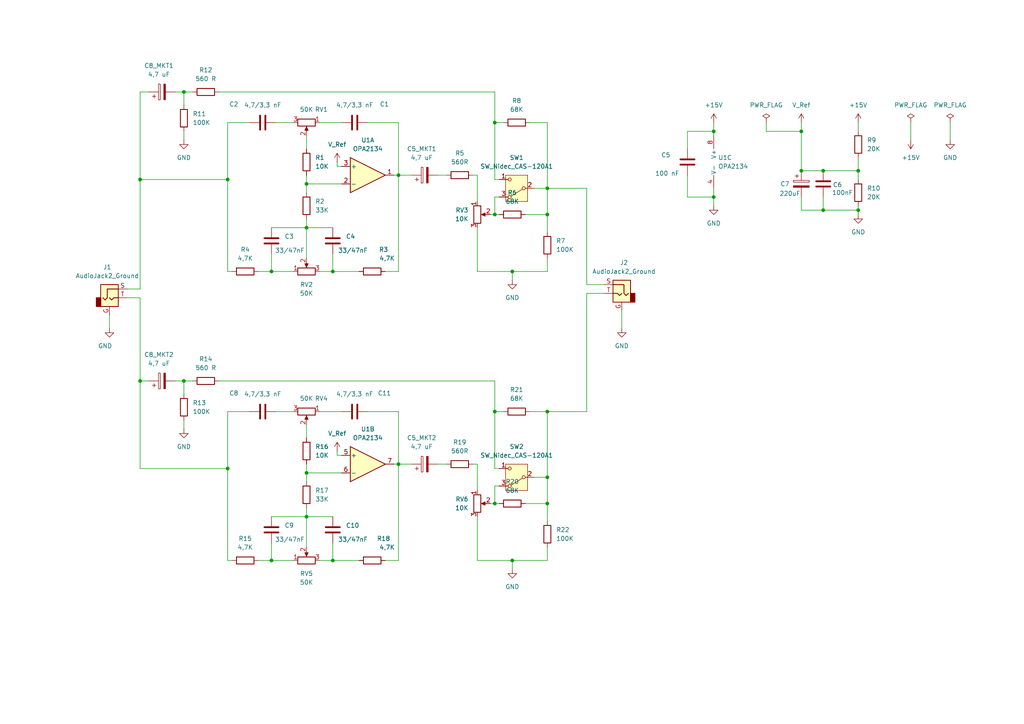
<source format=kicad_sch>
(kicad_sch
	(version 20250114)
	(generator "eeschema")
	(generator_version "9.0")
	(uuid "3539f3de-d7be-4801-880f-fa632200ddc1")
	(paper "A4")
	(title_block
		(title "Korektor ")
		(company "Baron")
	)
	(lib_symbols
		(symbol "Amplifier_Operational:OPA2134"
			(pin_names
				(offset 0.127)
			)
			(exclude_from_sim no)
			(in_bom yes)
			(on_board yes)
			(property "Reference" "U"
				(at 0 5.08 0)
				(effects
					(font
						(size 1.27 1.27)
					)
					(justify left)
				)
			)
			(property "Value" "OPA2134"
				(at 0 -5.08 0)
				(effects
					(font
						(size 1.27 1.27)
					)
					(justify left)
				)
			)
			(property "Footprint" ""
				(at 0 0 0)
				(effects
					(font
						(size 1.27 1.27)
					)
					(hide yes)
				)
			)
			(property "Datasheet" "http://www.ti.com/lit/ds/symlink/opa134.pdf"
				(at 0 0 0)
				(effects
					(font
						(size 1.27 1.27)
					)
					(hide yes)
				)
			)
			(property "Description" "Dual SoundPlus High Performance Audio Operational Amplifiers, DIP-8/SOIC-8"
				(at 0 0 0)
				(effects
					(font
						(size 1.27 1.27)
					)
					(hide yes)
				)
			)
			(property "ki_locked" ""
				(at 0 0 0)
				(effects
					(font
						(size 1.27 1.27)
					)
				)
			)
			(property "ki_keywords" "dual opamp"
				(at 0 0 0)
				(effects
					(font
						(size 1.27 1.27)
					)
					(hide yes)
				)
			)
			(property "ki_fp_filters" "SOIC*3.9x4.9mm*P1.27mm* DIP*W7.62mm* TO*99* OnSemi*Micro8* TSSOP*3x3mm*P0.65mm* TSSOP*4.4x3mm*P0.65mm* MSOP*3x3mm*P0.65mm* SSOP*3.9x4.9mm*P0.635mm* LFCSP*2x2mm*P0.5mm* *SIP* SOIC*5.3x6.2mm*P1.27mm*"
				(at 0 0 0)
				(effects
					(font
						(size 1.27 1.27)
					)
					(hide yes)
				)
			)
			(symbol "OPA2134_1_1"
				(polyline
					(pts
						(xy -5.08 5.08) (xy 5.08 0) (xy -5.08 -5.08) (xy -5.08 5.08)
					)
					(stroke
						(width 0.254)
						(type default)
					)
					(fill
						(type background)
					)
				)
				(pin input line
					(at -7.62 2.54 0)
					(length 2.54)
					(name "+"
						(effects
							(font
								(size 1.27 1.27)
							)
						)
					)
					(number "3"
						(effects
							(font
								(size 1.27 1.27)
							)
						)
					)
				)
				(pin input line
					(at -7.62 -2.54 0)
					(length 2.54)
					(name "-"
						(effects
							(font
								(size 1.27 1.27)
							)
						)
					)
					(number "2"
						(effects
							(font
								(size 1.27 1.27)
							)
						)
					)
				)
				(pin output line
					(at 7.62 0 180)
					(length 2.54)
					(name "~"
						(effects
							(font
								(size 1.27 1.27)
							)
						)
					)
					(number "1"
						(effects
							(font
								(size 1.27 1.27)
							)
						)
					)
				)
			)
			(symbol "OPA2134_2_1"
				(polyline
					(pts
						(xy -5.08 5.08) (xy 5.08 0) (xy -5.08 -5.08) (xy -5.08 5.08)
					)
					(stroke
						(width 0.254)
						(type default)
					)
					(fill
						(type background)
					)
				)
				(pin input line
					(at -7.62 2.54 0)
					(length 2.54)
					(name "+"
						(effects
							(font
								(size 1.27 1.27)
							)
						)
					)
					(number "5"
						(effects
							(font
								(size 1.27 1.27)
							)
						)
					)
				)
				(pin input line
					(at -7.62 -2.54 0)
					(length 2.54)
					(name "-"
						(effects
							(font
								(size 1.27 1.27)
							)
						)
					)
					(number "6"
						(effects
							(font
								(size 1.27 1.27)
							)
						)
					)
				)
				(pin output line
					(at 7.62 0 180)
					(length 2.54)
					(name "~"
						(effects
							(font
								(size 1.27 1.27)
							)
						)
					)
					(number "7"
						(effects
							(font
								(size 1.27 1.27)
							)
						)
					)
				)
			)
			(symbol "OPA2134_3_1"
				(pin power_in line
					(at -2.54 7.62 270)
					(length 3.81)
					(name "V+"
						(effects
							(font
								(size 1.27 1.27)
							)
						)
					)
					(number "8"
						(effects
							(font
								(size 1.27 1.27)
							)
						)
					)
				)
				(pin power_in line
					(at -2.54 -7.62 90)
					(length 3.81)
					(name "V-"
						(effects
							(font
								(size 1.27 1.27)
							)
						)
					)
					(number "4"
						(effects
							(font
								(size 1.27 1.27)
							)
						)
					)
				)
			)
			(embedded_fonts no)
		)
		(symbol "Connector_Audio:AudioJack2_Ground"
			(exclude_from_sim no)
			(in_bom yes)
			(on_board yes)
			(property "Reference" "J"
				(at 0 8.89 0)
				(effects
					(font
						(size 1.27 1.27)
					)
				)
			)
			(property "Value" "AudioJack2_Ground"
				(at 0 6.35 0)
				(effects
					(font
						(size 1.27 1.27)
					)
				)
			)
			(property "Footprint" ""
				(at 0 0 0)
				(effects
					(font
						(size 1.27 1.27)
					)
					(hide yes)
				)
			)
			(property "Datasheet" "~"
				(at 0 0 0)
				(effects
					(font
						(size 1.27 1.27)
					)
					(hide yes)
				)
			)
			(property "Description" "Audio Jack, 2 Poles (Mono / TS), Grounded Sleeve"
				(at 0 0 0)
				(effects
					(font
						(size 1.27 1.27)
					)
					(hide yes)
				)
			)
			(property "ki_keywords" "audio jack receptacle mono phone headphone TS connector"
				(at 0 0 0)
				(effects
					(font
						(size 1.27 1.27)
					)
					(hide yes)
				)
			)
			(property "ki_fp_filters" "Jack*"
				(at 0 0 0)
				(effects
					(font
						(size 1.27 1.27)
					)
					(hide yes)
				)
			)
			(symbol "AudioJack2_Ground_0_1"
				(rectangle
					(start -2.54 -2.54)
					(end -3.81 0)
					(stroke
						(width 0.254)
						(type default)
					)
					(fill
						(type outline)
					)
				)
				(polyline
					(pts
						(xy 0 0) (xy 0.635 -0.635) (xy 1.27 0) (xy 2.54 0)
					)
					(stroke
						(width 0.254)
						(type default)
					)
					(fill
						(type none)
					)
				)
				(rectangle
					(start 2.54 3.81)
					(end -2.54 -2.54)
					(stroke
						(width 0.254)
						(type default)
					)
					(fill
						(type background)
					)
				)
				(polyline
					(pts
						(xy 2.54 2.54) (xy -0.635 2.54) (xy -0.635 0) (xy -1.27 -0.635) (xy -1.905 0)
					)
					(stroke
						(width 0.254)
						(type default)
					)
					(fill
						(type none)
					)
				)
			)
			(symbol "AudioJack2_Ground_1_1"
				(pin passive line
					(at 0 -5.08 90)
					(length 2.54)
					(name "~"
						(effects
							(font
								(size 1.27 1.27)
							)
						)
					)
					(number "G"
						(effects
							(font
								(size 1.27 1.27)
							)
						)
					)
				)
				(pin passive line
					(at 5.08 2.54 180)
					(length 2.54)
					(name "~"
						(effects
							(font
								(size 1.27 1.27)
							)
						)
					)
					(number "S"
						(effects
							(font
								(size 1.27 1.27)
							)
						)
					)
				)
				(pin passive line
					(at 5.08 0 180)
					(length 2.54)
					(name "~"
						(effects
							(font
								(size 1.27 1.27)
							)
						)
					)
					(number "T"
						(effects
							(font
								(size 1.27 1.27)
							)
						)
					)
				)
			)
			(embedded_fonts no)
		)
		(symbol "Device:C"
			(pin_numbers
				(hide yes)
			)
			(pin_names
				(offset 0.254)
			)
			(exclude_from_sim no)
			(in_bom yes)
			(on_board yes)
			(property "Reference" "C"
				(at 0.635 2.54 0)
				(effects
					(font
						(size 1.27 1.27)
					)
					(justify left)
				)
			)
			(property "Value" "C"
				(at 0.635 -2.54 0)
				(effects
					(font
						(size 1.27 1.27)
					)
					(justify left)
				)
			)
			(property "Footprint" ""
				(at 0.9652 -3.81 0)
				(effects
					(font
						(size 1.27 1.27)
					)
					(hide yes)
				)
			)
			(property "Datasheet" "~"
				(at 0 0 0)
				(effects
					(font
						(size 1.27 1.27)
					)
					(hide yes)
				)
			)
			(property "Description" "Unpolarized capacitor"
				(at 0 0 0)
				(effects
					(font
						(size 1.27 1.27)
					)
					(hide yes)
				)
			)
			(property "ki_keywords" "cap capacitor"
				(at 0 0 0)
				(effects
					(font
						(size 1.27 1.27)
					)
					(hide yes)
				)
			)
			(property "ki_fp_filters" "C_*"
				(at 0 0 0)
				(effects
					(font
						(size 1.27 1.27)
					)
					(hide yes)
				)
			)
			(symbol "C_0_1"
				(polyline
					(pts
						(xy -2.032 0.762) (xy 2.032 0.762)
					)
					(stroke
						(width 0.508)
						(type default)
					)
					(fill
						(type none)
					)
				)
				(polyline
					(pts
						(xy -2.032 -0.762) (xy 2.032 -0.762)
					)
					(stroke
						(width 0.508)
						(type default)
					)
					(fill
						(type none)
					)
				)
			)
			(symbol "C_1_1"
				(pin passive line
					(at 0 3.81 270)
					(length 2.794)
					(name "~"
						(effects
							(font
								(size 1.27 1.27)
							)
						)
					)
					(number "1"
						(effects
							(font
								(size 1.27 1.27)
							)
						)
					)
				)
				(pin passive line
					(at 0 -3.81 90)
					(length 2.794)
					(name "~"
						(effects
							(font
								(size 1.27 1.27)
							)
						)
					)
					(number "2"
						(effects
							(font
								(size 1.27 1.27)
							)
						)
					)
				)
			)
			(embedded_fonts no)
		)
		(symbol "Device:C_Polarized"
			(pin_numbers
				(hide yes)
			)
			(pin_names
				(offset 0.254)
			)
			(exclude_from_sim no)
			(in_bom yes)
			(on_board yes)
			(property "Reference" "C"
				(at 0.635 2.54 0)
				(effects
					(font
						(size 1.27 1.27)
					)
					(justify left)
				)
			)
			(property "Value" "C_Polarized"
				(at 0.635 -2.54 0)
				(effects
					(font
						(size 1.27 1.27)
					)
					(justify left)
				)
			)
			(property "Footprint" ""
				(at 0.9652 -3.81 0)
				(effects
					(font
						(size 1.27 1.27)
					)
					(hide yes)
				)
			)
			(property "Datasheet" "~"
				(at 0 0 0)
				(effects
					(font
						(size 1.27 1.27)
					)
					(hide yes)
				)
			)
			(property "Description" "Polarized capacitor"
				(at 0 0 0)
				(effects
					(font
						(size 1.27 1.27)
					)
					(hide yes)
				)
			)
			(property "ki_keywords" "cap capacitor"
				(at 0 0 0)
				(effects
					(font
						(size 1.27 1.27)
					)
					(hide yes)
				)
			)
			(property "ki_fp_filters" "CP_*"
				(at 0 0 0)
				(effects
					(font
						(size 1.27 1.27)
					)
					(hide yes)
				)
			)
			(symbol "C_Polarized_0_1"
				(rectangle
					(start -2.286 0.508)
					(end 2.286 1.016)
					(stroke
						(width 0)
						(type default)
					)
					(fill
						(type none)
					)
				)
				(polyline
					(pts
						(xy -1.778 2.286) (xy -0.762 2.286)
					)
					(stroke
						(width 0)
						(type default)
					)
					(fill
						(type none)
					)
				)
				(polyline
					(pts
						(xy -1.27 2.794) (xy -1.27 1.778)
					)
					(stroke
						(width 0)
						(type default)
					)
					(fill
						(type none)
					)
				)
				(rectangle
					(start 2.286 -0.508)
					(end -2.286 -1.016)
					(stroke
						(width 0)
						(type default)
					)
					(fill
						(type outline)
					)
				)
			)
			(symbol "C_Polarized_1_1"
				(pin passive line
					(at 0 3.81 270)
					(length 2.794)
					(name "~"
						(effects
							(font
								(size 1.27 1.27)
							)
						)
					)
					(number "1"
						(effects
							(font
								(size 1.27 1.27)
							)
						)
					)
				)
				(pin passive line
					(at 0 -3.81 90)
					(length 2.794)
					(name "~"
						(effects
							(font
								(size 1.27 1.27)
							)
						)
					)
					(number "2"
						(effects
							(font
								(size 1.27 1.27)
							)
						)
					)
				)
			)
			(embedded_fonts no)
		)
		(symbol "Device:R"
			(pin_numbers
				(hide yes)
			)
			(pin_names
				(offset 0)
			)
			(exclude_from_sim no)
			(in_bom yes)
			(on_board yes)
			(property "Reference" "R"
				(at 2.032 0 90)
				(effects
					(font
						(size 1.27 1.27)
					)
				)
			)
			(property "Value" "R"
				(at 0 0 90)
				(effects
					(font
						(size 1.27 1.27)
					)
				)
			)
			(property "Footprint" ""
				(at -1.778 0 90)
				(effects
					(font
						(size 1.27 1.27)
					)
					(hide yes)
				)
			)
			(property "Datasheet" "~"
				(at 0 0 0)
				(effects
					(font
						(size 1.27 1.27)
					)
					(hide yes)
				)
			)
			(property "Description" "Resistor"
				(at 0 0 0)
				(effects
					(font
						(size 1.27 1.27)
					)
					(hide yes)
				)
			)
			(property "ki_keywords" "R res resistor"
				(at 0 0 0)
				(effects
					(font
						(size 1.27 1.27)
					)
					(hide yes)
				)
			)
			(property "ki_fp_filters" "R_*"
				(at 0 0 0)
				(effects
					(font
						(size 1.27 1.27)
					)
					(hide yes)
				)
			)
			(symbol "R_0_1"
				(rectangle
					(start -1.016 -2.54)
					(end 1.016 2.54)
					(stroke
						(width 0.254)
						(type default)
					)
					(fill
						(type none)
					)
				)
			)
			(symbol "R_1_1"
				(pin passive line
					(at 0 3.81 270)
					(length 1.27)
					(name "~"
						(effects
							(font
								(size 1.27 1.27)
							)
						)
					)
					(number "1"
						(effects
							(font
								(size 1.27 1.27)
							)
						)
					)
				)
				(pin passive line
					(at 0 -3.81 90)
					(length 1.27)
					(name "~"
						(effects
							(font
								(size 1.27 1.27)
							)
						)
					)
					(number "2"
						(effects
							(font
								(size 1.27 1.27)
							)
						)
					)
				)
			)
			(embedded_fonts no)
		)
		(symbol "Device:R_Potentiometer"
			(pin_names
				(offset 1.016)
				(hide yes)
			)
			(exclude_from_sim no)
			(in_bom yes)
			(on_board yes)
			(property "Reference" "RV"
				(at -4.445 0 90)
				(effects
					(font
						(size 1.27 1.27)
					)
				)
			)
			(property "Value" "R_Potentiometer"
				(at -2.54 0 90)
				(effects
					(font
						(size 1.27 1.27)
					)
				)
			)
			(property "Footprint" ""
				(at 0 0 0)
				(effects
					(font
						(size 1.27 1.27)
					)
					(hide yes)
				)
			)
			(property "Datasheet" "~"
				(at 0 0 0)
				(effects
					(font
						(size 1.27 1.27)
					)
					(hide yes)
				)
			)
			(property "Description" "Potentiometer"
				(at 0 0 0)
				(effects
					(font
						(size 1.27 1.27)
					)
					(hide yes)
				)
			)
			(property "ki_keywords" "resistor variable"
				(at 0 0 0)
				(effects
					(font
						(size 1.27 1.27)
					)
					(hide yes)
				)
			)
			(property "ki_fp_filters" "Potentiometer*"
				(at 0 0 0)
				(effects
					(font
						(size 1.27 1.27)
					)
					(hide yes)
				)
			)
			(symbol "R_Potentiometer_0_1"
				(rectangle
					(start 1.016 2.54)
					(end -1.016 -2.54)
					(stroke
						(width 0.254)
						(type default)
					)
					(fill
						(type none)
					)
				)
				(polyline
					(pts
						(xy 1.143 0) (xy 2.286 0.508) (xy 2.286 -0.508) (xy 1.143 0)
					)
					(stroke
						(width 0)
						(type default)
					)
					(fill
						(type outline)
					)
				)
				(polyline
					(pts
						(xy 2.54 0) (xy 1.524 0)
					)
					(stroke
						(width 0)
						(type default)
					)
					(fill
						(type none)
					)
				)
			)
			(symbol "R_Potentiometer_1_1"
				(pin passive line
					(at 0 3.81 270)
					(length 1.27)
					(name "1"
						(effects
							(font
								(size 1.27 1.27)
							)
						)
					)
					(number "1"
						(effects
							(font
								(size 1.27 1.27)
							)
						)
					)
				)
				(pin passive line
					(at 0 -3.81 90)
					(length 1.27)
					(name "3"
						(effects
							(font
								(size 1.27 1.27)
							)
						)
					)
					(number "3"
						(effects
							(font
								(size 1.27 1.27)
							)
						)
					)
				)
				(pin passive line
					(at 3.81 0 180)
					(length 1.27)
					(name "2"
						(effects
							(font
								(size 1.27 1.27)
							)
						)
					)
					(number "2"
						(effects
							(font
								(size 1.27 1.27)
							)
						)
					)
				)
			)
			(embedded_fonts no)
		)
		(symbol "Switch:SW_Nidec_CAS-120A1"
			(pin_names
				(offset 1)
				(hide yes)
			)
			(exclude_from_sim no)
			(in_bom yes)
			(on_board yes)
			(property "Reference" "SW"
				(at 0 4.318 0)
				(effects
					(font
						(size 1.27 1.27)
					)
				)
			)
			(property "Value" "SW_Nidec_CAS-120A1"
				(at 0 -5.08 0)
				(effects
					(font
						(size 1.27 1.27)
					)
				)
			)
			(property "Footprint" "Button_Switch_SMD:Nidec_Copal_CAS-120A"
				(at 0 -10.16 0)
				(effects
					(font
						(size 1.27 1.27)
					)
					(hide yes)
				)
			)
			(property "Datasheet" "https://www.nidec-components.com/e/catalog/switch/cas.pdf"
				(at 0 -7.62 0)
				(effects
					(font
						(size 1.27 1.27)
					)
					(hide yes)
				)
			)
			(property "Description" "Switch, single pole double throw"
				(at 0 0 0)
				(effects
					(font
						(size 1.27 1.27)
					)
					(hide yes)
				)
			)
			(property "ki_keywords" "switch single-pole double-throw spdt ON-ON"
				(at 0 0 0)
				(effects
					(font
						(size 1.27 1.27)
					)
					(hide yes)
				)
			)
			(property "ki_fp_filters" "*Nidec?Copal?CAS?120A*"
				(at 0 0 0)
				(effects
					(font
						(size 1.27 1.27)
					)
					(hide yes)
				)
			)
			(symbol "SW_Nidec_CAS-120A1_0_1"
				(circle
					(center -2.032 0)
					(radius 0.4572)
					(stroke
						(width 0)
						(type default)
					)
					(fill
						(type none)
					)
				)
				(polyline
					(pts
						(xy -1.651 0.254) (xy 1.651 2.286)
					)
					(stroke
						(width 0)
						(type default)
					)
					(fill
						(type none)
					)
				)
				(circle
					(center 2.032 2.54)
					(radius 0.4572)
					(stroke
						(width 0)
						(type default)
					)
					(fill
						(type none)
					)
				)
				(circle
					(center 2.032 -2.54)
					(radius 0.4572)
					(stroke
						(width 0)
						(type default)
					)
					(fill
						(type none)
					)
				)
			)
			(symbol "SW_Nidec_CAS-120A1_1_1"
				(rectangle
					(start -3.175 3.81)
					(end 3.175 -3.81)
					(stroke
						(width 0)
						(type default)
					)
					(fill
						(type background)
					)
				)
				(pin passive line
					(at -5.08 0 0)
					(length 2.54)
					(name "B"
						(effects
							(font
								(size 1.27 1.27)
							)
						)
					)
					(number "2"
						(effects
							(font
								(size 1.27 1.27)
							)
						)
					)
				)
				(pin passive line
					(at 5.08 2.54 180)
					(length 2.54)
					(name "A"
						(effects
							(font
								(size 1.27 1.27)
							)
						)
					)
					(number "3"
						(effects
							(font
								(size 1.27 1.27)
							)
						)
					)
				)
				(pin passive line
					(at 5.08 -2.54 180)
					(length 2.54)
					(name "C"
						(effects
							(font
								(size 1.27 1.27)
							)
						)
					)
					(number "1"
						(effects
							(font
								(size 1.27 1.27)
							)
						)
					)
				)
			)
			(embedded_fonts no)
		)
		(symbol "power:+15V"
			(power)
			(pin_numbers
				(hide yes)
			)
			(pin_names
				(offset 0)
				(hide yes)
			)
			(exclude_from_sim no)
			(in_bom yes)
			(on_board yes)
			(property "Reference" "#PWR"
				(at 0 -3.81 0)
				(effects
					(font
						(size 1.27 1.27)
					)
					(hide yes)
				)
			)
			(property "Value" "+15V"
				(at 0 3.556 0)
				(effects
					(font
						(size 1.27 1.27)
					)
				)
			)
			(property "Footprint" ""
				(at 0 0 0)
				(effects
					(font
						(size 1.27 1.27)
					)
					(hide yes)
				)
			)
			(property "Datasheet" ""
				(at 0 0 0)
				(effects
					(font
						(size 1.27 1.27)
					)
					(hide yes)
				)
			)
			(property "Description" "Power symbol creates a global label with name \"+15V\""
				(at 0 0 0)
				(effects
					(font
						(size 1.27 1.27)
					)
					(hide yes)
				)
			)
			(property "ki_keywords" "global power"
				(at 0 0 0)
				(effects
					(font
						(size 1.27 1.27)
					)
					(hide yes)
				)
			)
			(symbol "+15V_0_1"
				(polyline
					(pts
						(xy -0.762 1.27) (xy 0 2.54)
					)
					(stroke
						(width 0)
						(type default)
					)
					(fill
						(type none)
					)
				)
				(polyline
					(pts
						(xy 0 2.54) (xy 0.762 1.27)
					)
					(stroke
						(width 0)
						(type default)
					)
					(fill
						(type none)
					)
				)
				(polyline
					(pts
						(xy 0 0) (xy 0 2.54)
					)
					(stroke
						(width 0)
						(type default)
					)
					(fill
						(type none)
					)
				)
			)
			(symbol "+15V_1_1"
				(pin power_in line
					(at 0 0 90)
					(length 0)
					(name "~"
						(effects
							(font
								(size 1.27 1.27)
							)
						)
					)
					(number "1"
						(effects
							(font
								(size 1.27 1.27)
							)
						)
					)
				)
			)
			(embedded_fonts no)
		)
		(symbol "power:GND"
			(power)
			(pin_numbers
				(hide yes)
			)
			(pin_names
				(offset 0)
				(hide yes)
			)
			(exclude_from_sim no)
			(in_bom yes)
			(on_board yes)
			(property "Reference" "#PWR"
				(at 0 -6.35 0)
				(effects
					(font
						(size 1.27 1.27)
					)
					(hide yes)
				)
			)
			(property "Value" "GND"
				(at 0 -3.81 0)
				(effects
					(font
						(size 1.27 1.27)
					)
				)
			)
			(property "Footprint" ""
				(at 0 0 0)
				(effects
					(font
						(size 1.27 1.27)
					)
					(hide yes)
				)
			)
			(property "Datasheet" ""
				(at 0 0 0)
				(effects
					(font
						(size 1.27 1.27)
					)
					(hide yes)
				)
			)
			(property "Description" "Power symbol creates a global label with name \"GND\" , ground"
				(at 0 0 0)
				(effects
					(font
						(size 1.27 1.27)
					)
					(hide yes)
				)
			)
			(property "ki_keywords" "global power"
				(at 0 0 0)
				(effects
					(font
						(size 1.27 1.27)
					)
					(hide yes)
				)
			)
			(symbol "GND_0_1"
				(polyline
					(pts
						(xy 0 0) (xy 0 -1.27) (xy 1.27 -1.27) (xy 0 -2.54) (xy -1.27 -1.27) (xy 0 -1.27)
					)
					(stroke
						(width 0)
						(type default)
					)
					(fill
						(type none)
					)
				)
			)
			(symbol "GND_1_1"
				(pin power_in line
					(at 0 0 270)
					(length 0)
					(name "~"
						(effects
							(font
								(size 1.27 1.27)
							)
						)
					)
					(number "1"
						(effects
							(font
								(size 1.27 1.27)
							)
						)
					)
				)
			)
			(embedded_fonts no)
		)
		(symbol "power:PWR_FLAG"
			(power)
			(pin_numbers
				(hide yes)
			)
			(pin_names
				(offset 0)
				(hide yes)
			)
			(exclude_from_sim no)
			(in_bom yes)
			(on_board yes)
			(property "Reference" "#FLG"
				(at 0 1.905 0)
				(effects
					(font
						(size 1.27 1.27)
					)
					(hide yes)
				)
			)
			(property "Value" "PWR_FLAG"
				(at 0 3.81 0)
				(effects
					(font
						(size 1.27 1.27)
					)
				)
			)
			(property "Footprint" ""
				(at 0 0 0)
				(effects
					(font
						(size 1.27 1.27)
					)
					(hide yes)
				)
			)
			(property "Datasheet" "~"
				(at 0 0 0)
				(effects
					(font
						(size 1.27 1.27)
					)
					(hide yes)
				)
			)
			(property "Description" "Special symbol for telling ERC where power comes from"
				(at 0 0 0)
				(effects
					(font
						(size 1.27 1.27)
					)
					(hide yes)
				)
			)
			(property "ki_keywords" "flag power"
				(at 0 0 0)
				(effects
					(font
						(size 1.27 1.27)
					)
					(hide yes)
				)
			)
			(symbol "PWR_FLAG_0_0"
				(pin power_out line
					(at 0 0 90)
					(length 0)
					(name "~"
						(effects
							(font
								(size 1.27 1.27)
							)
						)
					)
					(number "1"
						(effects
							(font
								(size 1.27 1.27)
							)
						)
					)
				)
			)
			(symbol "PWR_FLAG_0_1"
				(polyline
					(pts
						(xy 0 0) (xy 0 1.27) (xy -1.016 1.905) (xy 0 2.54) (xy 1.016 1.905) (xy 0 1.27)
					)
					(stroke
						(width 0)
						(type default)
					)
					(fill
						(type none)
					)
				)
			)
			(embedded_fonts no)
		)
		(symbol "power:VCC"
			(power)
			(pin_numbers
				(hide yes)
			)
			(pin_names
				(offset 0)
				(hide yes)
			)
			(exclude_from_sim no)
			(in_bom yes)
			(on_board yes)
			(property "Reference" "#PWR"
				(at 0 -3.81 0)
				(effects
					(font
						(size 1.27 1.27)
					)
					(hide yes)
				)
			)
			(property "Value" "VCC"
				(at 0 3.556 0)
				(effects
					(font
						(size 1.27 1.27)
					)
				)
			)
			(property "Footprint" ""
				(at 0 0 0)
				(effects
					(font
						(size 1.27 1.27)
					)
					(hide yes)
				)
			)
			(property "Datasheet" ""
				(at 0 0 0)
				(effects
					(font
						(size 1.27 1.27)
					)
					(hide yes)
				)
			)
			(property "Description" "Power symbol creates a global label with name \"VCC\""
				(at 0 0 0)
				(effects
					(font
						(size 1.27 1.27)
					)
					(hide yes)
				)
			)
			(property "ki_keywords" "global power"
				(at 0 0 0)
				(effects
					(font
						(size 1.27 1.27)
					)
					(hide yes)
				)
			)
			(symbol "VCC_0_1"
				(polyline
					(pts
						(xy -0.762 1.27) (xy 0 2.54)
					)
					(stroke
						(width 0)
						(type default)
					)
					(fill
						(type none)
					)
				)
				(polyline
					(pts
						(xy 0 2.54) (xy 0.762 1.27)
					)
					(stroke
						(width 0)
						(type default)
					)
					(fill
						(type none)
					)
				)
				(polyline
					(pts
						(xy 0 0) (xy 0 2.54)
					)
					(stroke
						(width 0)
						(type default)
					)
					(fill
						(type none)
					)
				)
			)
			(symbol "VCC_1_1"
				(pin power_in line
					(at 0 0 90)
					(length 0)
					(name "~"
						(effects
							(font
								(size 1.27 1.27)
							)
						)
					)
					(number "1"
						(effects
							(font
								(size 1.27 1.27)
							)
						)
					)
				)
			)
			(embedded_fonts no)
		)
	)
	(junction
		(at 53.34 26.67)
		(diameter 0)
		(color 0 0 0 0)
		(uuid "1406eb75-366f-46be-864a-7d6a46e60c7c")
	)
	(junction
		(at 78.74 78.74)
		(diameter 0)
		(color 0 0 0 0)
		(uuid "24b9294c-5862-4b58-ac6a-b2cab7c2fcf3")
	)
	(junction
		(at 158.75 54.61)
		(diameter 0)
		(color 0 0 0 0)
		(uuid "2802a5f0-66d4-4b0d-9d2e-9c16cbdcdb18")
	)
	(junction
		(at 158.75 119.38)
		(diameter 0)
		(color 0 0 0 0)
		(uuid "32625317-dc71-4be8-ad42-b52c7ccb34e1")
	)
	(junction
		(at 238.76 60.96)
		(diameter 0)
		(color 0 0 0 0)
		(uuid "3cc2994b-3297-47e5-89f4-68c337d0df8e")
	)
	(junction
		(at 78.74 162.56)
		(diameter 0)
		(color 0 0 0 0)
		(uuid "3cdd3846-8f78-44e1-a20c-6510145f1437")
	)
	(junction
		(at 88.9 137.16)
		(diameter 0)
		(color 0 0 0 0)
		(uuid "474f3f74-eb9c-47fb-bf74-74ca68564a2e")
	)
	(junction
		(at 158.75 62.23)
		(diameter 0)
		(color 0 0 0 0)
		(uuid "5406308b-c6cc-4e11-9c16-5c98ac196a87")
	)
	(junction
		(at 88.9 149.86)
		(diameter 0)
		(color 0 0 0 0)
		(uuid "59c0a562-12d5-4589-81f9-3943c36c23c7")
	)
	(junction
		(at 148.59 78.74)
		(diameter 0)
		(color 0 0 0 0)
		(uuid "5a050dc8-5ee9-4128-bb6f-e0ce1c4e39bf")
	)
	(junction
		(at 143.51 62.23)
		(diameter 0)
		(color 0 0 0 0)
		(uuid "5ae4a643-160e-4468-9bf9-ae53f5aad12b")
	)
	(junction
		(at 158.75 146.05)
		(diameter 0)
		(color 0 0 0 0)
		(uuid "684e2f2c-9776-4bce-a244-e679649ef0b1")
	)
	(junction
		(at 232.41 38.1)
		(diameter 0)
		(color 0 0 0 0)
		(uuid "708bd864-ea78-48cd-9978-279bccf01c6c")
	)
	(junction
		(at 53.34 110.49)
		(diameter 0)
		(color 0 0 0 0)
		(uuid "7aa7af5b-2737-4c37-9900-5a602650c245")
	)
	(junction
		(at 115.57 134.62)
		(diameter 0)
		(color 0 0 0 0)
		(uuid "808d007a-34c5-4c79-814f-db8b17550896")
	)
	(junction
		(at 40.64 52.07)
		(diameter 0)
		(color 0 0 0 0)
		(uuid "8320d6ca-6820-4f92-913c-7b287858a730")
	)
	(junction
		(at 207.01 57.15)
		(diameter 0)
		(color 0 0 0 0)
		(uuid "84534d1c-4b19-4b86-bd0a-1530144b282e")
	)
	(junction
		(at 143.51 119.38)
		(diameter 0)
		(color 0 0 0 0)
		(uuid "8f3dc8f9-5694-4900-94e3-360a678d7a27")
	)
	(junction
		(at 115.57 50.8)
		(diameter 0)
		(color 0 0 0 0)
		(uuid "94bfa1ad-95a6-4e85-a36c-1301dcdce22a")
	)
	(junction
		(at 66.04 135.89)
		(diameter 0)
		(color 0 0 0 0)
		(uuid "9ba210f3-5c33-4a84-bfff-8fc2a615a9fb")
	)
	(junction
		(at 66.04 52.07)
		(diameter 0)
		(color 0 0 0 0)
		(uuid "aa7f2b71-aa2f-43c6-b5e3-7ada810399e1")
	)
	(junction
		(at 148.59 162.56)
		(diameter 0)
		(color 0 0 0 0)
		(uuid "ad0ad0a9-4082-4b77-99a4-61142c822e70")
	)
	(junction
		(at 248.92 49.53)
		(diameter 0)
		(color 0 0 0 0)
		(uuid "b31f8c8b-7cc8-4afc-b292-e318b0df58d2")
	)
	(junction
		(at 238.76 49.53)
		(diameter 0)
		(color 0 0 0 0)
		(uuid "b5050fed-49e6-42e0-b5b8-480cb62e8834")
	)
	(junction
		(at 88.9 66.04)
		(diameter 0)
		(color 0 0 0 0)
		(uuid "cc0d96e4-8ce8-47ec-bb8c-0841324ee45a")
	)
	(junction
		(at 143.51 146.05)
		(diameter 0)
		(color 0 0 0 0)
		(uuid "ce2d0d01-a6d2-4626-84e4-cf2d7b7cb636")
	)
	(junction
		(at 88.9 53.34)
		(diameter 0)
		(color 0 0 0 0)
		(uuid "d2bb532f-c52c-4a94-b362-834854cdac36")
	)
	(junction
		(at 158.75 138.43)
		(diameter 0)
		(color 0 0 0 0)
		(uuid "d519aaef-f3fe-436f-85a3-9bf313727840")
	)
	(junction
		(at 96.52 162.56)
		(diameter 0)
		(color 0 0 0 0)
		(uuid "d7150f6d-e610-4833-8e32-3822b2f2fbda")
	)
	(junction
		(at 232.41 49.53)
		(diameter 0)
		(color 0 0 0 0)
		(uuid "dbdceb37-b5e1-415e-85f0-a2745df7dbd9")
	)
	(junction
		(at 207.01 38.1)
		(diameter 0)
		(color 0 0 0 0)
		(uuid "e1c14686-75dc-4698-bcbd-ff1a587822f8")
	)
	(junction
		(at 96.52 78.74)
		(diameter 0)
		(color 0 0 0 0)
		(uuid "e5f88ba8-dd90-4e44-bcc6-0f61ee9a75f2")
	)
	(junction
		(at 248.92 60.96)
		(diameter 0)
		(color 0 0 0 0)
		(uuid "e721703a-fe09-4e26-96a2-9c24c8d56a61")
	)
	(junction
		(at 40.64 110.49)
		(diameter 0)
		(color 0 0 0 0)
		(uuid "f89f3f24-fc82-4fc6-a4ec-e6be019f16c7")
	)
	(junction
		(at 143.51 35.56)
		(diameter 0)
		(color 0 0 0 0)
		(uuid "fe849548-e96a-4916-bbd8-5c5fcffc6eaa")
	)
	(wire
		(pts
			(xy 158.75 162.56) (xy 158.75 158.75)
		)
		(stroke
			(width 0)
			(type default)
		)
		(uuid "0058825b-7577-4d0c-b812-196a6eee0d47")
	)
	(wire
		(pts
			(xy 275.59 35.56) (xy 275.59 40.64)
		)
		(stroke
			(width 0)
			(type default)
		)
		(uuid "0134dc5c-1692-4e54-9fc7-294b724b10f2")
	)
	(wire
		(pts
			(xy 96.52 78.74) (xy 104.14 78.74)
		)
		(stroke
			(width 0)
			(type default)
		)
		(uuid "049a5459-9e54-4fd3-ab7e-7ac2b838b5d7")
	)
	(wire
		(pts
			(xy 142.24 146.05) (xy 143.51 146.05)
		)
		(stroke
			(width 0)
			(type default)
		)
		(uuid "094c108a-de79-467d-8871-b3940d5269bb")
	)
	(wire
		(pts
			(xy 88.9 149.86) (xy 96.52 149.86)
		)
		(stroke
			(width 0)
			(type default)
		)
		(uuid "11a3567d-cff8-4d6c-b446-31deb0cfdb89")
	)
	(wire
		(pts
			(xy 88.9 53.34) (xy 88.9 55.88)
		)
		(stroke
			(width 0)
			(type default)
		)
		(uuid "162d36a0-6cd8-4b65-8e9d-ff5ce770e345")
	)
	(wire
		(pts
			(xy 97.79 48.26) (xy 97.79 46.99)
		)
		(stroke
			(width 0)
			(type default)
		)
		(uuid "18203a2c-eae9-427f-be10-8605dacdf69b")
	)
	(wire
		(pts
			(xy 143.51 146.05) (xy 144.78 146.05)
		)
		(stroke
			(width 0)
			(type default)
		)
		(uuid "1823d7a9-2f6d-40ec-a175-23f2ab576394")
	)
	(wire
		(pts
			(xy 114.3 50.8) (xy 115.57 50.8)
		)
		(stroke
			(width 0)
			(type default)
		)
		(uuid "1914d179-9271-4fe3-aea5-691b2c236b10")
	)
	(wire
		(pts
			(xy 232.41 49.53) (xy 238.76 49.53)
		)
		(stroke
			(width 0)
			(type default)
		)
		(uuid "1bcf5f12-8ac5-425d-8aef-f0e7f258104a")
	)
	(wire
		(pts
			(xy 138.43 66.04) (xy 138.43 78.74)
		)
		(stroke
			(width 0)
			(type default)
		)
		(uuid "1c1813d3-8b3f-4c6d-baf7-3e0c198f6b7a")
	)
	(wire
		(pts
			(xy 115.57 50.8) (xy 115.57 78.74)
		)
		(stroke
			(width 0)
			(type default)
		)
		(uuid "1cae623c-7c2b-4eb4-a4b0-6a3d3e198035")
	)
	(wire
		(pts
			(xy 92.71 78.74) (xy 96.52 78.74)
		)
		(stroke
			(width 0)
			(type default)
		)
		(uuid "2158c50c-ba0f-4d1a-b86e-aeefe60e9a17")
	)
	(wire
		(pts
			(xy 207.01 57.15) (xy 207.01 59.69)
		)
		(stroke
			(width 0)
			(type default)
		)
		(uuid "27c7e87c-945c-4057-a5df-a0e814f04795")
	)
	(wire
		(pts
			(xy 138.43 162.56) (xy 148.59 162.56)
		)
		(stroke
			(width 0)
			(type default)
		)
		(uuid "27fda6b0-ab35-4710-bd8b-afaf75567cb4")
	)
	(wire
		(pts
			(xy 152.4 146.05) (xy 158.75 146.05)
		)
		(stroke
			(width 0)
			(type default)
		)
		(uuid "29fe978e-106a-475c-a84b-75c35e24c9c4")
	)
	(wire
		(pts
			(xy 199.39 38.1) (xy 207.01 38.1)
		)
		(stroke
			(width 0)
			(type default)
		)
		(uuid "2a541ac9-1d8c-46e6-a562-fee81687dbe9")
	)
	(wire
		(pts
			(xy 72.39 119.38) (xy 66.04 119.38)
		)
		(stroke
			(width 0)
			(type default)
		)
		(uuid "2de70cbc-a002-436d-9242-a2ba73790237")
	)
	(wire
		(pts
			(xy 88.9 50.8) (xy 88.9 53.34)
		)
		(stroke
			(width 0)
			(type default)
		)
		(uuid "2fca74bd-fc3c-4ed7-9108-57cb77dff281")
	)
	(wire
		(pts
			(xy 248.92 60.96) (xy 248.92 62.23)
		)
		(stroke
			(width 0)
			(type default)
		)
		(uuid "3182f943-0281-4244-8124-91bcf9aeab93")
	)
	(wire
		(pts
			(xy 99.06 132.08) (xy 97.79 132.08)
		)
		(stroke
			(width 0)
			(type default)
		)
		(uuid "396c4f7c-d2ef-4478-929c-3e01cefe4e85")
	)
	(wire
		(pts
			(xy 106.68 119.38) (xy 115.57 119.38)
		)
		(stroke
			(width 0)
			(type default)
		)
		(uuid "3a6806cc-5e01-4fff-a6c2-d72283e3182a")
	)
	(wire
		(pts
			(xy 207.01 54.61) (xy 207.01 57.15)
		)
		(stroke
			(width 0)
			(type default)
		)
		(uuid "3ad77101-db39-410c-978b-6a83405aa9a3")
	)
	(wire
		(pts
			(xy 232.41 35.56) (xy 232.41 38.1)
		)
		(stroke
			(width 0)
			(type default)
		)
		(uuid "3cf34437-ef15-4e0d-a38e-99b9459962c3")
	)
	(wire
		(pts
			(xy 154.94 138.43) (xy 158.75 138.43)
		)
		(stroke
			(width 0)
			(type default)
		)
		(uuid "3e45b112-85f7-43b9-b79c-812bf05ee2a1")
	)
	(wire
		(pts
			(xy 199.39 50.8) (xy 199.39 57.15)
		)
		(stroke
			(width 0)
			(type default)
		)
		(uuid "4065b7b8-a5cd-4f26-a92e-6e05eb092f1e")
	)
	(wire
		(pts
			(xy 40.64 110.49) (xy 40.64 86.36)
		)
		(stroke
			(width 0)
			(type default)
		)
		(uuid "42060c52-550c-4e89-80d0-a45984c8685c")
	)
	(wire
		(pts
			(xy 158.75 138.43) (xy 158.75 146.05)
		)
		(stroke
			(width 0)
			(type default)
		)
		(uuid "442d6a5d-bb15-4423-81d1-f3ccf93b429c")
	)
	(wire
		(pts
			(xy 88.9 66.04) (xy 96.52 66.04)
		)
		(stroke
			(width 0)
			(type default)
		)
		(uuid "45804ef7-c4fa-4a15-bf06-8d3d0c9e247f")
	)
	(wire
		(pts
			(xy 53.34 26.67) (xy 55.88 26.67)
		)
		(stroke
			(width 0)
			(type default)
		)
		(uuid "45e2fe03-cc0a-41c5-9bab-49ac527f51b0")
	)
	(wire
		(pts
			(xy 138.43 149.86) (xy 138.43 162.56)
		)
		(stroke
			(width 0)
			(type default)
		)
		(uuid "468a8b43-2a25-4c6d-85f1-a9906b4ee5a4")
	)
	(wire
		(pts
			(xy 78.74 162.56) (xy 85.09 162.56)
		)
		(stroke
			(width 0)
			(type default)
		)
		(uuid "4789c734-d66d-4263-81aa-47fe94ea6013")
	)
	(wire
		(pts
			(xy 138.43 134.62) (xy 138.43 142.24)
		)
		(stroke
			(width 0)
			(type default)
		)
		(uuid "4e10687e-88fd-47a6-a5c5-d97f6da93504")
	)
	(wire
		(pts
			(xy 96.52 78.74) (xy 96.52 73.66)
		)
		(stroke
			(width 0)
			(type default)
		)
		(uuid "4e313ee7-3040-421a-ac49-4507f28484c5")
	)
	(wire
		(pts
			(xy 138.43 50.8) (xy 138.43 58.42)
		)
		(stroke
			(width 0)
			(type default)
		)
		(uuid "4ee089db-3776-4a37-9886-578b07d33c64")
	)
	(wire
		(pts
			(xy 144.78 140.97) (xy 143.51 140.97)
		)
		(stroke
			(width 0)
			(type default)
		)
		(uuid "5147443b-46c9-4ddb-a18d-5040720dbd27")
	)
	(wire
		(pts
			(xy 148.59 162.56) (xy 148.59 165.1)
		)
		(stroke
			(width 0)
			(type default)
		)
		(uuid "52a9df9c-b9fd-4937-b69d-a3437acd80d7")
	)
	(wire
		(pts
			(xy 143.51 140.97) (xy 143.51 146.05)
		)
		(stroke
			(width 0)
			(type default)
		)
		(uuid "56e6b7e6-f484-45f2-bb64-60d068ba363c")
	)
	(wire
		(pts
			(xy 111.76 162.56) (xy 115.57 162.56)
		)
		(stroke
			(width 0)
			(type default)
		)
		(uuid "57297f6e-58b9-41e8-b0e4-a6a96d5e0827")
	)
	(wire
		(pts
			(xy 78.74 78.74) (xy 85.09 78.74)
		)
		(stroke
			(width 0)
			(type default)
		)
		(uuid "5cd88378-2b5a-4bef-af5a-f9cea7320209")
	)
	(wire
		(pts
			(xy 72.39 35.56) (xy 66.04 35.56)
		)
		(stroke
			(width 0)
			(type default)
		)
		(uuid "623de7fb-b817-4e1b-ad84-2e1071f01950")
	)
	(wire
		(pts
			(xy 97.79 132.08) (xy 97.79 130.81)
		)
		(stroke
			(width 0)
			(type default)
		)
		(uuid "63ad46cd-0a9c-4400-b93d-b46daed55bed")
	)
	(wire
		(pts
			(xy 88.9 149.86) (xy 88.9 158.75)
		)
		(stroke
			(width 0)
			(type default)
		)
		(uuid "643325a4-cb36-4e4f-85e6-40f17dbe1391")
	)
	(wire
		(pts
			(xy 66.04 119.38) (xy 66.04 135.89)
		)
		(stroke
			(width 0)
			(type default)
		)
		(uuid "64544210-ceb8-4b0f-ba2f-9a9457ae8f8f")
	)
	(wire
		(pts
			(xy 138.43 78.74) (xy 148.59 78.74)
		)
		(stroke
			(width 0)
			(type default)
		)
		(uuid "6467a4f6-6dc0-44fd-94fe-29726ead0dd6")
	)
	(wire
		(pts
			(xy 36.83 83.82) (xy 40.64 83.82)
		)
		(stroke
			(width 0)
			(type default)
		)
		(uuid "6552b613-c2cc-45ec-9843-44e295320b67")
	)
	(wire
		(pts
			(xy 53.34 38.1) (xy 53.34 40.64)
		)
		(stroke
			(width 0)
			(type default)
		)
		(uuid "685590f4-3485-4087-a5ff-003d9ca136ca")
	)
	(wire
		(pts
			(xy 53.34 26.67) (xy 53.34 30.48)
		)
		(stroke
			(width 0)
			(type default)
		)
		(uuid "6aa48d68-8dac-47ca-b1b1-2a819cbd83a1")
	)
	(wire
		(pts
			(xy 80.01 35.56) (xy 85.09 35.56)
		)
		(stroke
			(width 0)
			(type default)
		)
		(uuid "6b5dc0cc-43d2-44ea-88e5-1e6fb01573b8")
	)
	(wire
		(pts
			(xy 88.9 123.19) (xy 88.9 127)
		)
		(stroke
			(width 0)
			(type default)
		)
		(uuid "6b62bf4d-1932-4600-94d3-31cb03ac7dc4")
	)
	(wire
		(pts
			(xy 232.41 60.96) (xy 238.76 60.96)
		)
		(stroke
			(width 0)
			(type default)
		)
		(uuid "6ca8eec9-2c4c-4d29-b71a-de3e4e58bced")
	)
	(wire
		(pts
			(xy 40.64 135.89) (xy 40.64 110.49)
		)
		(stroke
			(width 0)
			(type default)
		)
		(uuid "6d4f2a51-0617-4882-a2b0-b0c9b0051c3a")
	)
	(wire
		(pts
			(xy 207.01 35.56) (xy 207.01 38.1)
		)
		(stroke
			(width 0)
			(type default)
		)
		(uuid "6ecf91b2-fb75-4764-ba6f-dfb84341a199")
	)
	(wire
		(pts
			(xy 88.9 63.5) (xy 88.9 66.04)
		)
		(stroke
			(width 0)
			(type default)
		)
		(uuid "749b60fa-b10e-4561-a833-2a2867571c75")
	)
	(wire
		(pts
			(xy 53.34 110.49) (xy 55.88 110.49)
		)
		(stroke
			(width 0)
			(type default)
		)
		(uuid "77531873-a367-4db2-99e3-8cf26bf66ca1")
	)
	(wire
		(pts
			(xy 144.78 57.15) (xy 143.51 57.15)
		)
		(stroke
			(width 0)
			(type default)
		)
		(uuid "781bc6fc-a28e-44ce-8da8-6371e207c596")
	)
	(wire
		(pts
			(xy 111.76 78.74) (xy 115.57 78.74)
		)
		(stroke
			(width 0)
			(type default)
		)
		(uuid "7867a14b-386c-44dc-a111-90247d35a0d3")
	)
	(wire
		(pts
			(xy 199.39 43.18) (xy 199.39 38.1)
		)
		(stroke
			(width 0)
			(type default)
		)
		(uuid "7ab1b28c-6a42-4ac5-9e24-701764d55694")
	)
	(wire
		(pts
			(xy 115.57 134.62) (xy 115.57 162.56)
		)
		(stroke
			(width 0)
			(type default)
		)
		(uuid "7acd222e-e9fd-40da-8d46-fe3408783fa2")
	)
	(wire
		(pts
			(xy 99.06 48.26) (xy 97.79 48.26)
		)
		(stroke
			(width 0)
			(type default)
		)
		(uuid "7bcaf00f-a99c-4e9a-8bbe-05e61611f5a2")
	)
	(wire
		(pts
			(xy 88.9 134.62) (xy 88.9 137.16)
		)
		(stroke
			(width 0)
			(type default)
		)
		(uuid "7be35a19-2be3-4b06-8cac-d930ca314eca")
	)
	(wire
		(pts
			(xy 31.75 91.44) (xy 31.75 95.25)
		)
		(stroke
			(width 0)
			(type default)
		)
		(uuid "80e9cef9-1808-4cc8-99f8-1cb3dd64f643")
	)
	(wire
		(pts
			(xy 148.59 78.74) (xy 148.59 81.28)
		)
		(stroke
			(width 0)
			(type default)
		)
		(uuid "83d609ab-7947-440d-a059-c7ef712e1072")
	)
	(wire
		(pts
			(xy 143.51 35.56) (xy 146.05 35.56)
		)
		(stroke
			(width 0)
			(type default)
		)
		(uuid "84641625-cc37-43b9-b6f3-b6787e94848f")
	)
	(wire
		(pts
			(xy 170.18 119.38) (xy 170.18 85.09)
		)
		(stroke
			(width 0)
			(type default)
		)
		(uuid "888dadfe-19d8-423a-bfa1-9c54ffbd4580")
	)
	(wire
		(pts
			(xy 238.76 49.53) (xy 248.92 49.53)
		)
		(stroke
			(width 0)
			(type default)
		)
		(uuid "88ebf680-cc72-4526-977d-ea2a01e90e41")
	)
	(wire
		(pts
			(xy 153.67 119.38) (xy 158.75 119.38)
		)
		(stroke
			(width 0)
			(type default)
		)
		(uuid "89a4943f-7e47-4540-80fb-a19ddabd3599")
	)
	(wire
		(pts
			(xy 137.16 134.62) (xy 138.43 134.62)
		)
		(stroke
			(width 0)
			(type default)
		)
		(uuid "8c1a5594-b95f-42a2-9a3a-c38725ab1bdd")
	)
	(wire
		(pts
			(xy 96.52 162.56) (xy 96.52 157.48)
		)
		(stroke
			(width 0)
			(type default)
		)
		(uuid "8dc1fdad-fa44-49f4-a5e0-8d2500a20e87")
	)
	(wire
		(pts
			(xy 53.34 121.92) (xy 53.34 124.46)
		)
		(stroke
			(width 0)
			(type default)
		)
		(uuid "958d46b0-c524-4953-9372-46f7fdcfc7a5")
	)
	(wire
		(pts
			(xy 143.51 119.38) (xy 146.05 119.38)
		)
		(stroke
			(width 0)
			(type default)
		)
		(uuid "9afae53c-785b-4fee-8f05-036d2868cd0d")
	)
	(wire
		(pts
			(xy 88.9 39.37) (xy 88.9 43.18)
		)
		(stroke
			(width 0)
			(type default)
		)
		(uuid "9b3b17d0-da55-41f8-85ee-07b1a925e6d3")
	)
	(wire
		(pts
			(xy 114.3 134.62) (xy 115.57 134.62)
		)
		(stroke
			(width 0)
			(type default)
		)
		(uuid "9bb8161d-1c25-4db0-96f5-d8d98ce6a173")
	)
	(wire
		(pts
			(xy 66.04 52.07) (xy 66.04 78.74)
		)
		(stroke
			(width 0)
			(type default)
		)
		(uuid "9c22e1e1-17e9-416c-97d6-01e9f23ee52f")
	)
	(wire
		(pts
			(xy 78.74 66.04) (xy 88.9 66.04)
		)
		(stroke
			(width 0)
			(type default)
		)
		(uuid "9d3b854c-3dac-4028-a683-c8d9272a0983")
	)
	(wire
		(pts
			(xy 207.01 38.1) (xy 207.01 39.37)
		)
		(stroke
			(width 0)
			(type default)
		)
		(uuid "9d49a722-cfb6-4619-b634-219e05adc1cb")
	)
	(wire
		(pts
			(xy 80.01 119.38) (xy 85.09 119.38)
		)
		(stroke
			(width 0)
			(type default)
		)
		(uuid "9f761464-a413-447b-b4ad-b00b2f88447d")
	)
	(wire
		(pts
			(xy 127 50.8) (xy 129.54 50.8)
		)
		(stroke
			(width 0)
			(type default)
		)
		(uuid "9ff527ad-46cb-4278-be67-2222d2b7cd3a")
	)
	(wire
		(pts
			(xy 78.74 149.86) (xy 88.9 149.86)
		)
		(stroke
			(width 0)
			(type default)
		)
		(uuid "a12c666a-5b8f-45f9-8291-683dde4292cc")
	)
	(wire
		(pts
			(xy 170.18 82.55) (xy 170.18 54.61)
		)
		(stroke
			(width 0)
			(type default)
		)
		(uuid "a3a0b709-1feb-4d49-8fbd-ff048d8ac8b2")
	)
	(wire
		(pts
			(xy 88.9 66.04) (xy 88.9 74.93)
		)
		(stroke
			(width 0)
			(type default)
		)
		(uuid "a3a95c6c-0256-4f30-b38e-9f70451ff30d")
	)
	(wire
		(pts
			(xy 248.92 35.56) (xy 248.92 38.1)
		)
		(stroke
			(width 0)
			(type default)
		)
		(uuid "a4777265-d9ca-4582-be86-e33587a666d5")
	)
	(wire
		(pts
			(xy 53.34 110.49) (xy 53.34 114.3)
		)
		(stroke
			(width 0)
			(type default)
		)
		(uuid "a4f85cb5-1da7-4848-8693-430c738d751a")
	)
	(wire
		(pts
			(xy 40.64 86.36) (xy 36.83 86.36)
		)
		(stroke
			(width 0)
			(type default)
		)
		(uuid "a5710b99-570f-4819-b829-6b2698ff268e")
	)
	(wire
		(pts
			(xy 66.04 35.56) (xy 66.04 52.07)
		)
		(stroke
			(width 0)
			(type default)
		)
		(uuid "a65c9268-5921-481c-8df0-025599a40543")
	)
	(wire
		(pts
			(xy 232.41 57.15) (xy 232.41 60.96)
		)
		(stroke
			(width 0)
			(type default)
		)
		(uuid "a691876f-97e8-462b-9759-749f9a3c468b")
	)
	(wire
		(pts
			(xy 180.34 90.17) (xy 180.34 95.25)
		)
		(stroke
			(width 0)
			(type default)
		)
		(uuid "a801b610-1481-4c7d-a054-cdf520761434")
	)
	(wire
		(pts
			(xy 115.57 119.38) (xy 115.57 134.62)
		)
		(stroke
			(width 0)
			(type default)
		)
		(uuid "ae15c405-a4d2-4d24-9a15-5c01fc67ead1")
	)
	(wire
		(pts
			(xy 222.25 35.56) (xy 222.25 38.1)
		)
		(stroke
			(width 0)
			(type default)
		)
		(uuid "ae768893-379a-4201-b919-c91a9ed7a0f9")
	)
	(wire
		(pts
			(xy 148.59 78.74) (xy 158.75 78.74)
		)
		(stroke
			(width 0)
			(type default)
		)
		(uuid "b0533bc3-b6ba-4773-a637-2e5f9195b1bf")
	)
	(wire
		(pts
			(xy 115.57 50.8) (xy 119.38 50.8)
		)
		(stroke
			(width 0)
			(type default)
		)
		(uuid "b29134f0-fa76-4cd4-9537-b3c14c1f3276")
	)
	(wire
		(pts
			(xy 115.57 134.62) (xy 119.38 134.62)
		)
		(stroke
			(width 0)
			(type default)
		)
		(uuid "b3d74674-333d-4557-8363-81a0fca7ab9d")
	)
	(wire
		(pts
			(xy 143.51 26.67) (xy 143.51 35.56)
		)
		(stroke
			(width 0)
			(type default)
		)
		(uuid "b7556d7d-a5fa-4241-a355-1db4b55d52ce")
	)
	(wire
		(pts
			(xy 66.04 135.89) (xy 66.04 162.56)
		)
		(stroke
			(width 0)
			(type default)
		)
		(uuid "ba2964e0-2cd3-4b8c-a057-fba43241172d")
	)
	(wire
		(pts
			(xy 143.51 110.49) (xy 143.51 119.38)
		)
		(stroke
			(width 0)
			(type default)
		)
		(uuid "ba851f8f-2466-4534-a863-392f7a5463ee")
	)
	(wire
		(pts
			(xy 144.78 52.07) (xy 143.51 52.07)
		)
		(stroke
			(width 0)
			(type default)
		)
		(uuid "bc159f33-8226-4f77-ae76-7aec0fa7bf5a")
	)
	(wire
		(pts
			(xy 63.5 26.67) (xy 143.51 26.67)
		)
		(stroke
			(width 0)
			(type default)
		)
		(uuid "be2c506f-a92f-44f3-9ad8-db3d0de82eae")
	)
	(wire
		(pts
			(xy 63.5 110.49) (xy 143.51 110.49)
		)
		(stroke
			(width 0)
			(type default)
		)
		(uuid "bf2d1713-4e71-4667-9b6e-7f390af680e5")
	)
	(wire
		(pts
			(xy 154.94 54.61) (xy 158.75 54.61)
		)
		(stroke
			(width 0)
			(type default)
		)
		(uuid "c0367bd8-33ff-435b-a6e2-65735e938e60")
	)
	(wire
		(pts
			(xy 106.68 35.56) (xy 115.57 35.56)
		)
		(stroke
			(width 0)
			(type default)
		)
		(uuid "c0f07e4c-c706-4b30-b7e8-e8ab891cea53")
	)
	(wire
		(pts
			(xy 143.51 52.07) (xy 143.51 35.56)
		)
		(stroke
			(width 0)
			(type default)
		)
		(uuid "c3f0c36e-16c7-4ab4-80ae-a03ffcd7de5e")
	)
	(wire
		(pts
			(xy 50.8 26.67) (xy 53.34 26.67)
		)
		(stroke
			(width 0)
			(type default)
		)
		(uuid "c4516baa-3104-44dd-896f-dd5c2494de92")
	)
	(wire
		(pts
			(xy 158.75 54.61) (xy 158.75 62.23)
		)
		(stroke
			(width 0)
			(type default)
		)
		(uuid "c56d79f5-7a52-4047-8a84-86e09f5374e0")
	)
	(wire
		(pts
			(xy 143.51 57.15) (xy 143.51 62.23)
		)
		(stroke
			(width 0)
			(type default)
		)
		(uuid "c6403c89-83e2-4848-a5eb-d41067da1bd6")
	)
	(wire
		(pts
			(xy 40.64 83.82) (xy 40.64 52.07)
		)
		(stroke
			(width 0)
			(type default)
		)
		(uuid "c691d013-33d6-4754-bc79-54d2907763bb")
	)
	(wire
		(pts
			(xy 88.9 137.16) (xy 99.06 137.16)
		)
		(stroke
			(width 0)
			(type default)
		)
		(uuid "c6d781d6-5155-4a6f-8a8e-8fd504d8900b")
	)
	(wire
		(pts
			(xy 88.9 147.32) (xy 88.9 149.86)
		)
		(stroke
			(width 0)
			(type default)
		)
		(uuid "c803a917-ad87-41c0-a87c-dbebc0292217")
	)
	(wire
		(pts
			(xy 170.18 85.09) (xy 175.26 85.09)
		)
		(stroke
			(width 0)
			(type default)
		)
		(uuid "c992ceb3-6f6e-492c-b9c6-14d6c6ced8e1")
	)
	(wire
		(pts
			(xy 152.4 62.23) (xy 158.75 62.23)
		)
		(stroke
			(width 0)
			(type default)
		)
		(uuid "ce4209e5-492e-42da-990d-a3034b613f82")
	)
	(wire
		(pts
			(xy 40.64 26.67) (xy 43.18 26.67)
		)
		(stroke
			(width 0)
			(type default)
		)
		(uuid "ce52ec0c-88da-4084-ac1c-ba84e01ea3bf")
	)
	(wire
		(pts
			(xy 143.51 62.23) (xy 144.78 62.23)
		)
		(stroke
			(width 0)
			(type default)
		)
		(uuid "d079191f-213f-44e7-9745-a6e885bc5c13")
	)
	(wire
		(pts
			(xy 264.16 35.56) (xy 264.16 40.64)
		)
		(stroke
			(width 0)
			(type default)
		)
		(uuid "d14c4070-720b-4d6d-9e46-cde2864ab6a2")
	)
	(wire
		(pts
			(xy 158.75 119.38) (xy 170.18 119.38)
		)
		(stroke
			(width 0)
			(type default)
		)
		(uuid "d470eee5-4c40-4c39-b347-8f621fb9a20d")
	)
	(wire
		(pts
			(xy 199.39 57.15) (xy 207.01 57.15)
		)
		(stroke
			(width 0)
			(type default)
		)
		(uuid "d5d6094f-00b5-4831-abe8-9c30323656ac")
	)
	(wire
		(pts
			(xy 142.24 62.23) (xy 143.51 62.23)
		)
		(stroke
			(width 0)
			(type default)
		)
		(uuid "d622e1c5-9bc2-4247-b2e6-f1e3145163ca")
	)
	(wire
		(pts
			(xy 40.64 52.07) (xy 40.64 26.67)
		)
		(stroke
			(width 0)
			(type default)
		)
		(uuid "d75dfe58-95ac-435d-ad3e-4c9ae20f9fdb")
	)
	(wire
		(pts
			(xy 137.16 50.8) (xy 138.43 50.8)
		)
		(stroke
			(width 0)
			(type default)
		)
		(uuid "d770937b-b320-49a3-8f3e-05bf664f5c62")
	)
	(wire
		(pts
			(xy 92.71 119.38) (xy 99.06 119.38)
		)
		(stroke
			(width 0)
			(type default)
		)
		(uuid "d7aa7474-db84-4433-984a-d6ae06a0f58e")
	)
	(wire
		(pts
			(xy 248.92 59.69) (xy 248.92 60.96)
		)
		(stroke
			(width 0)
			(type default)
		)
		(uuid "dad4d492-c2fb-46cd-b2ec-98e9ede1f1ed")
	)
	(wire
		(pts
			(xy 66.04 162.56) (xy 67.31 162.56)
		)
		(stroke
			(width 0)
			(type default)
		)
		(uuid "db19cad8-23bb-43fb-867c-37fe6ba195e4")
	)
	(wire
		(pts
			(xy 238.76 57.15) (xy 238.76 60.96)
		)
		(stroke
			(width 0)
			(type default)
		)
		(uuid "dc82e384-d554-4898-9048-c9b342c4bbf1")
	)
	(wire
		(pts
			(xy 143.51 135.89) (xy 143.51 119.38)
		)
		(stroke
			(width 0)
			(type default)
		)
		(uuid "dd3c7b80-29a4-4883-8c03-b3554a3e2b81")
	)
	(wire
		(pts
			(xy 222.25 38.1) (xy 232.41 38.1)
		)
		(stroke
			(width 0)
			(type default)
		)
		(uuid "dd4630d2-81e8-4ca5-bd8c-6971094c35e0")
	)
	(wire
		(pts
			(xy 88.9 53.34) (xy 99.06 53.34)
		)
		(stroke
			(width 0)
			(type default)
		)
		(uuid "df16a3ac-f005-40c6-a374-1fef006733fb")
	)
	(wire
		(pts
			(xy 50.8 110.49) (xy 53.34 110.49)
		)
		(stroke
			(width 0)
			(type default)
		)
		(uuid "e0243ebf-56ed-4a91-accf-49344f68ded0")
	)
	(wire
		(pts
			(xy 153.67 35.56) (xy 158.75 35.56)
		)
		(stroke
			(width 0)
			(type default)
		)
		(uuid "e198a063-079c-451c-bbab-ab6226d1f984")
	)
	(wire
		(pts
			(xy 158.75 35.56) (xy 158.75 54.61)
		)
		(stroke
			(width 0)
			(type default)
		)
		(uuid "e1eee7bf-3e45-43bb-bf3c-599908028c64")
	)
	(wire
		(pts
			(xy 238.76 60.96) (xy 248.92 60.96)
		)
		(stroke
			(width 0)
			(type default)
		)
		(uuid "e1fb64dc-51ca-4a52-b4ad-529b485eef37")
	)
	(wire
		(pts
			(xy 66.04 78.74) (xy 67.31 78.74)
		)
		(stroke
			(width 0)
			(type default)
		)
		(uuid "e37db9f3-ce43-42d3-ba28-b6da5e20b376")
	)
	(wire
		(pts
			(xy 88.9 137.16) (xy 88.9 139.7)
		)
		(stroke
			(width 0)
			(type default)
		)
		(uuid "e4f2164f-426d-4c2e-bc92-2f7ce56b6fd4")
	)
	(wire
		(pts
			(xy 248.92 45.72) (xy 248.92 49.53)
		)
		(stroke
			(width 0)
			(type default)
		)
		(uuid "e667753c-2769-4e88-ab8b-371fec375353")
	)
	(wire
		(pts
			(xy 232.41 38.1) (xy 232.41 49.53)
		)
		(stroke
			(width 0)
			(type default)
		)
		(uuid "e77b91dc-ec38-4cf9-8902-a8dfb08590d8")
	)
	(wire
		(pts
			(xy 175.26 82.55) (xy 170.18 82.55)
		)
		(stroke
			(width 0)
			(type default)
		)
		(uuid "e7e1d7c5-d03c-4e81-8ac4-eccb4c3f1b3b")
	)
	(wire
		(pts
			(xy 78.74 73.66) (xy 78.74 78.74)
		)
		(stroke
			(width 0)
			(type default)
		)
		(uuid "ea1aa12b-c4ed-4da7-89a7-7f3fa47309af")
	)
	(wire
		(pts
			(xy 40.64 135.89) (xy 66.04 135.89)
		)
		(stroke
			(width 0)
			(type default)
		)
		(uuid "eac066a7-39ef-4fa2-aab1-978ce5a4ee87")
	)
	(wire
		(pts
			(xy 127 134.62) (xy 129.54 134.62)
		)
		(stroke
			(width 0)
			(type default)
		)
		(uuid "ebe93929-e01a-47b6-b01e-6adafc5f3cac")
	)
	(wire
		(pts
			(xy 74.93 78.74) (xy 78.74 78.74)
		)
		(stroke
			(width 0)
			(type default)
		)
		(uuid "ec5e81bd-5b5b-47e9-9939-0131842ebcea")
	)
	(wire
		(pts
			(xy 74.93 162.56) (xy 78.74 162.56)
		)
		(stroke
			(width 0)
			(type default)
		)
		(uuid "ee270d1a-c240-412f-a6d7-92bf88cbaea4")
	)
	(wire
		(pts
			(xy 144.78 135.89) (xy 143.51 135.89)
		)
		(stroke
			(width 0)
			(type default)
		)
		(uuid "f21b3539-92c7-468b-9b73-d716b1d90a9d")
	)
	(wire
		(pts
			(xy 78.74 157.48) (xy 78.74 162.56)
		)
		(stroke
			(width 0)
			(type default)
		)
		(uuid "f28e737a-ec67-427e-a20d-001320e54e6d")
	)
	(wire
		(pts
			(xy 158.75 62.23) (xy 158.75 67.31)
		)
		(stroke
			(width 0)
			(type default)
		)
		(uuid "f2c4520c-ce2c-46cf-9936-1d3467919b6b")
	)
	(wire
		(pts
			(xy 248.92 49.53) (xy 248.92 52.07)
		)
		(stroke
			(width 0)
			(type default)
		)
		(uuid "f52bf8b5-58ee-49dd-ae65-0642cf249944")
	)
	(wire
		(pts
			(xy 115.57 35.56) (xy 115.57 50.8)
		)
		(stroke
			(width 0)
			(type default)
		)
		(uuid "f5d78858-95cc-4ec3-b964-ca20e10a8665")
	)
	(wire
		(pts
			(xy 148.59 162.56) (xy 158.75 162.56)
		)
		(stroke
			(width 0)
			(type default)
		)
		(uuid "f7214184-cc16-4974-86ae-60422b9f58d6")
	)
	(wire
		(pts
			(xy 40.64 52.07) (xy 66.04 52.07)
		)
		(stroke
			(width 0)
			(type default)
		)
		(uuid "f75cafb2-c055-43a9-ba65-63102dffdcae")
	)
	(wire
		(pts
			(xy 92.71 162.56) (xy 96.52 162.56)
		)
		(stroke
			(width 0)
			(type default)
		)
		(uuid "f7621dae-3eaa-482b-bc26-0d31e9940c04")
	)
	(wire
		(pts
			(xy 40.64 110.49) (xy 43.18 110.49)
		)
		(stroke
			(width 0)
			(type default)
		)
		(uuid "f7b748ff-246b-42e2-80b7-d500e57197aa")
	)
	(wire
		(pts
			(xy 170.18 54.61) (xy 158.75 54.61)
		)
		(stroke
			(width 0)
			(type default)
		)
		(uuid "f7c0340a-c02d-47e2-ad5b-c0c73db97efd")
	)
	(wire
		(pts
			(xy 92.71 35.56) (xy 99.06 35.56)
		)
		(stroke
			(width 0)
			(type default)
		)
		(uuid "f8e772ab-04ea-4198-9f15-10890fee0975")
	)
	(wire
		(pts
			(xy 158.75 119.38) (xy 158.75 138.43)
		)
		(stroke
			(width 0)
			(type default)
		)
		(uuid "f92e4b42-0c2a-409d-8324-7bfa606a79b8")
	)
	(wire
		(pts
			(xy 158.75 78.74) (xy 158.75 74.93)
		)
		(stroke
			(width 0)
			(type default)
		)
		(uuid "fa292c1c-8086-490e-b3c2-285102c13838")
	)
	(wire
		(pts
			(xy 158.75 146.05) (xy 158.75 151.13)
		)
		(stroke
			(width 0)
			(type default)
		)
		(uuid "fd88c971-a388-48c6-b521-523cf4638c05")
	)
	(wire
		(pts
			(xy 96.52 162.56) (xy 104.14 162.56)
		)
		(stroke
			(width 0)
			(type default)
		)
		(uuid "fe7c7540-5c1c-4353-abd6-6bee440eee54")
	)
	(symbol
		(lib_id "power:VCC")
		(at 97.79 46.99 0)
		(unit 1)
		(exclude_from_sim no)
		(in_bom yes)
		(on_board yes)
		(dnp no)
		(fields_autoplaced yes)
		(uuid "001ed418-932b-48b0-9f49-65d416968590")
		(property "Reference" "#PWR01"
			(at 97.79 50.8 0)
			(effects
				(font
					(size 1.27 1.27)
				)
				(hide yes)
			)
		)
		(property "Value" "V_Ref"
			(at 97.79 41.91 0)
			(effects
				(font
					(size 1.27 1.27)
				)
			)
		)
		(property "Footprint" ""
			(at 97.79 46.99 0)
			(effects
				(font
					(size 1.27 1.27)
				)
				(hide yes)
			)
		)
		(property "Datasheet" ""
			(at 97.79 46.99 0)
			(effects
				(font
					(size 1.27 1.27)
				)
				(hide yes)
			)
		)
		(property "Description" "Power symbol creates a global label with name \"VCC\""
			(at 97.79 46.99 0)
			(effects
				(font
					(size 1.27 1.27)
				)
				(hide yes)
			)
		)
		(pin "1"
			(uuid "02d82a91-0013-4389-acb0-63948ecfacdd")
		)
		(instances
			(project ""
				(path "/3539f3de-d7be-4801-880f-fa632200ddc1"
					(reference "#PWR01")
					(unit 1)
				)
			)
		)
	)
	(symbol
		(lib_id "power:+15V")
		(at 264.16 40.64 180)
		(unit 1)
		(exclude_from_sim no)
		(in_bom yes)
		(on_board yes)
		(dnp no)
		(fields_autoplaced yes)
		(uuid "013d7ead-cc33-4d37-bab3-10225f597886")
		(property "Reference" "#PWR011"
			(at 264.16 36.83 0)
			(effects
				(font
					(size 1.27 1.27)
				)
				(hide yes)
			)
		)
		(property "Value" "+15V"
			(at 264.16 45.72 0)
			(effects
				(font
					(size 1.27 1.27)
				)
			)
		)
		(property "Footprint" ""
			(at 264.16 40.64 0)
			(effects
				(font
					(size 1.27 1.27)
				)
				(hide yes)
			)
		)
		(property "Datasheet" ""
			(at 264.16 40.64 0)
			(effects
				(font
					(size 1.27 1.27)
				)
				(hide yes)
			)
		)
		(property "Description" "Power symbol creates a global label with name \"+15V\""
			(at 264.16 40.64 0)
			(effects
				(font
					(size 1.27 1.27)
				)
				(hide yes)
			)
		)
		(pin "1"
			(uuid "f3ef166b-9bc4-4b85-9e0e-9bc1da932e66")
		)
		(instances
			(project ""
				(path "/3539f3de-d7be-4801-880f-fa632200ddc1"
					(reference "#PWR011")
					(unit 1)
				)
			)
		)
	)
	(symbol
		(lib_id "Device:R")
		(at 158.75 71.12 0)
		(unit 1)
		(exclude_from_sim no)
		(in_bom yes)
		(on_board yes)
		(dnp no)
		(fields_autoplaced yes)
		(uuid "014afe07-eb8e-4ca9-a9b6-efe7ab2299cf")
		(property "Reference" "R7"
			(at 161.29 69.8499 0)
			(effects
				(font
					(size 1.27 1.27)
				)
				(justify left)
			)
		)
		(property "Value" "100K"
			(at 161.29 72.3899 0)
			(effects
				(font
					(size 1.27 1.27)
				)
				(justify left)
			)
		)
		(property "Footprint" ""
			(at 156.972 71.12 90)
			(effects
				(font
					(size 1.27 1.27)
				)
				(hide yes)
			)
		)
		(property "Datasheet" "~"
			(at 158.75 71.12 0)
			(effects
				(font
					(size 1.27 1.27)
				)
				(hide yes)
			)
		)
		(property "Description" "Resistor"
			(at 158.75 71.12 0)
			(effects
				(font
					(size 1.27 1.27)
				)
				(hide yes)
			)
		)
		(property "Package" ""
			(at 158.75 71.12 0)
			(effects
				(font
					(size 1.27 1.27)
				)
				(hide yes)
			)
		)
		(property "Type" ""
			(at 158.75 71.12 0)
			(effects
				(font
					(size 1.27 1.27)
				)
				(hide yes)
			)
		)
		(property "Voltage" ""
			(at 158.75 71.12 0)
			(effects
				(font
					(size 1.27 1.27)
				)
				(hide yes)
			)
		)
		(pin "1"
			(uuid "8b4c7c99-9c1d-4771-bd56-769d3a79eaff")
		)
		(pin "2"
			(uuid "f7dc8aba-cfff-43ef-9a12-8318ff043eb5")
		)
		(instances
			(project ""
				(path "/3539f3de-d7be-4801-880f-fa632200ddc1"
					(reference "R7")
					(unit 1)
				)
			)
		)
	)
	(symbol
		(lib_id "Device:R")
		(at 248.92 55.88 0)
		(unit 1)
		(exclude_from_sim no)
		(in_bom yes)
		(on_board yes)
		(dnp no)
		(fields_autoplaced yes)
		(uuid "02ee3da2-735e-49fe-be89-97e208fd3060")
		(property "Reference" "R10"
			(at 251.46 54.6099 0)
			(effects
				(font
					(size 1.27 1.27)
				)
				(justify left)
			)
		)
		(property "Value" "20K"
			(at 251.46 57.1499 0)
			(effects
				(font
					(size 1.27 1.27)
				)
				(justify left)
			)
		)
		(property "Footprint" ""
			(at 247.142 55.88 90)
			(effects
				(font
					(size 1.27 1.27)
				)
				(hide yes)
			)
		)
		(property "Datasheet" "~"
			(at 248.92 55.88 0)
			(effects
				(font
					(size 1.27 1.27)
				)
				(hide yes)
			)
		)
		(property "Description" "Resistor"
			(at 248.92 55.88 0)
			(effects
				(font
					(size 1.27 1.27)
				)
				(hide yes)
			)
		)
		(property "Package" ""
			(at 248.92 55.88 0)
			(effects
				(font
					(size 1.27 1.27)
				)
				(hide yes)
			)
		)
		(property "Type" ""
			(at 248.92 55.88 0)
			(effects
				(font
					(size 1.27 1.27)
				)
				(hide yes)
			)
		)
		(property "Voltage" ""
			(at 248.92 55.88 0)
			(effects
				(font
					(size 1.27 1.27)
				)
				(hide yes)
			)
		)
		(pin "2"
			(uuid "3456ef6d-b7d5-40d7-8e23-96f7f3b02685")
		)
		(pin "1"
			(uuid "2f8eac2d-8465-4e3f-977f-6c008d6969d9")
		)
		(instances
			(project ""
				(path "/3539f3de-d7be-4801-880f-fa632200ddc1"
					(reference "R10")
					(unit 1)
				)
			)
		)
	)
	(symbol
		(lib_id "Connector_Audio:AudioJack2_Ground")
		(at 180.34 85.09 0)
		(mirror y)
		(unit 1)
		(exclude_from_sim no)
		(in_bom yes)
		(on_board yes)
		(dnp no)
		(uuid "04b13868-9433-423d-8f2b-f4c0b135cd59")
		(property "Reference" "J2"
			(at 180.975 76.2 0)
			(effects
				(font
					(size 1.27 1.27)
				)
			)
		)
		(property "Value" "AudioJack2_Ground"
			(at 180.975 78.74 0)
			(effects
				(font
					(size 1.27 1.27)
				)
			)
		)
		(property "Footprint" ""
			(at 180.34 85.09 0)
			(effects
				(font
					(size 1.27 1.27)
				)
				(hide yes)
			)
		)
		(property "Datasheet" "~"
			(at 180.34 85.09 0)
			(effects
				(font
					(size 1.27 1.27)
				)
				(hide yes)
			)
		)
		(property "Description" "Audio Jack, 2 Poles (Mono / TS), Grounded Sleeve"
			(at 180.34 85.09 0)
			(effects
				(font
					(size 1.27 1.27)
				)
				(hide yes)
			)
		)
		(property "Package" ""
			(at 180.34 85.09 0)
			(effects
				(font
					(size 1.27 1.27)
				)
				(hide yes)
			)
		)
		(property "Type" ""
			(at 180.34 85.09 0)
			(effects
				(font
					(size 1.27 1.27)
				)
				(hide yes)
			)
		)
		(property "Voltage" ""
			(at 180.34 85.09 0)
			(effects
				(font
					(size 1.27 1.27)
				)
				(hide yes)
			)
		)
		(pin "S"
			(uuid "48501d89-0bc2-4ab2-98a1-28302914b680")
		)
		(pin "T"
			(uuid "055eedf9-0b8d-42eb-8f38-fae632505959")
		)
		(pin "G"
			(uuid "d2b3e707-2194-48e0-889b-e5fb11357a35")
		)
		(instances
			(project ""
				(path "/3539f3de-d7be-4801-880f-fa632200ddc1"
					(reference "J2")
					(unit 1)
				)
			)
		)
	)
	(symbol
		(lib_id "power:PWR_FLAG")
		(at 275.59 35.56 0)
		(unit 1)
		(exclude_from_sim no)
		(in_bom yes)
		(on_board yes)
		(dnp no)
		(fields_autoplaced yes)
		(uuid "06a16fa4-64e8-405f-8c4e-b6dfa034f776")
		(property "Reference" "#FLG02"
			(at 275.59 33.655 0)
			(effects
				(font
					(size 1.27 1.27)
				)
				(hide yes)
			)
		)
		(property "Value" "PWR_FLAG"
			(at 275.59 30.48 0)
			(effects
				(font
					(size 1.27 1.27)
				)
			)
		)
		(property "Footprint" ""
			(at 275.59 35.56 0)
			(effects
				(font
					(size 1.27 1.27)
				)
				(hide yes)
			)
		)
		(property "Datasheet" "~"
			(at 275.59 35.56 0)
			(effects
				(font
					(size 1.27 1.27)
				)
				(hide yes)
			)
		)
		(property "Description" "Special symbol for telling ERC where power comes from"
			(at 275.59 35.56 0)
			(effects
				(font
					(size 1.27 1.27)
				)
				(hide yes)
			)
		)
		(pin "1"
			(uuid "cbed6e63-77e9-4245-9ff3-b9cd2d5757da")
		)
		(instances
			(project ""
				(path "/3539f3de-d7be-4801-880f-fa632200ddc1"
					(reference "#FLG02")
					(unit 1)
				)
			)
		)
	)
	(symbol
		(lib_id "Device:R_Potentiometer")
		(at 138.43 146.05 0)
		(unit 1)
		(exclude_from_sim no)
		(in_bom yes)
		(on_board yes)
		(dnp no)
		(fields_autoplaced yes)
		(uuid "0a6c4ed8-de0d-4435-bdae-bd460c08dca0")
		(property "Reference" "RV6"
			(at 135.89 144.7799 0)
			(effects
				(font
					(size 1.27 1.27)
				)
				(justify right)
			)
		)
		(property "Value" "10K"
			(at 135.89 147.3199 0)
			(effects
				(font
					(size 1.27 1.27)
				)
				(justify right)
			)
		)
		(property "Footprint" ""
			(at 138.43 146.05 0)
			(effects
				(font
					(size 1.27 1.27)
				)
				(hide yes)
			)
		)
		(property "Datasheet" "~"
			(at 138.43 146.05 0)
			(effects
				(font
					(size 1.27 1.27)
				)
				(hide yes)
			)
		)
		(property "Description" "Potentiometer"
			(at 138.43 146.05 0)
			(effects
				(font
					(size 1.27 1.27)
				)
				(hide yes)
			)
		)
		(property "Package" ""
			(at 138.43 146.05 0)
			(effects
				(font
					(size 1.27 1.27)
				)
				(hide yes)
			)
		)
		(property "Type" ""
			(at 138.43 146.05 0)
			(effects
				(font
					(size 1.27 1.27)
				)
				(hide yes)
			)
		)
		(property "Voltage" ""
			(at 138.43 146.05 0)
			(effects
				(font
					(size 1.27 1.27)
				)
				(hide yes)
			)
		)
		(pin "1"
			(uuid "20592e57-eef6-4259-98be-159a73a34058")
		)
		(pin "3"
			(uuid "54e2d4e5-999f-41be-b035-2747f3f3f928")
		)
		(pin "2"
			(uuid "1b889ec4-5cce-4183-9454-7f71b7f11323")
		)
		(instances
			(project "korektor"
				(path "/3539f3de-d7be-4801-880f-fa632200ddc1"
					(reference "RV6")
					(unit 1)
				)
			)
		)
	)
	(symbol
		(lib_id "Device:C")
		(at 238.76 53.34 0)
		(unit 1)
		(exclude_from_sim no)
		(in_bom yes)
		(on_board yes)
		(dnp no)
		(uuid "0ba87dcd-7bd3-4199-9a92-5d7fd113aba3")
		(property "Reference" "C6"
			(at 241.554 53.594 0)
			(effects
				(font
					(size 1.27 1.27)
				)
				(justify left)
			)
		)
		(property "Value" "100nF"
			(at 241.3 55.88 0)
			(effects
				(font
					(size 1.27 1.27)
				)
				(justify left)
			)
		)
		(property "Footprint" ""
			(at 239.7252 57.15 0)
			(effects
				(font
					(size 1.27 1.27)
				)
				(hide yes)
			)
		)
		(property "Datasheet" "~"
			(at 238.76 53.34 0)
			(effects
				(font
					(size 1.27 1.27)
				)
				(hide yes)
			)
		)
		(property "Description" "Unpolarized capacitor"
			(at 238.76 53.34 0)
			(effects
				(font
					(size 1.27 1.27)
				)
				(hide yes)
			)
		)
		(property "Package" ""
			(at 238.76 53.34 0)
			(effects
				(font
					(size 1.27 1.27)
				)
				(hide yes)
			)
		)
		(property "Type" ""
			(at 238.76 53.34 0)
			(effects
				(font
					(size 1.27 1.27)
				)
				(hide yes)
			)
		)
		(property "Voltage" ""
			(at 238.76 53.34 0)
			(effects
				(font
					(size 1.27 1.27)
				)
				(hide yes)
			)
		)
		(pin "2"
			(uuid "b6b03cae-a430-428b-956f-42de9d030b32")
		)
		(pin "1"
			(uuid "6788abe8-fd25-46cf-9f8d-70d864d81955")
		)
		(instances
			(project ""
				(path "/3539f3de-d7be-4801-880f-fa632200ddc1"
					(reference "C6")
					(unit 1)
				)
			)
		)
	)
	(symbol
		(lib_id "Device:C")
		(at 78.74 153.67 0)
		(unit 1)
		(exclude_from_sim no)
		(in_bom yes)
		(on_board yes)
		(dnp no)
		(uuid "0c811f86-8df1-4e16-ab8f-3164e74ff33d")
		(property "Reference" "C9"
			(at 82.55 152.3999 0)
			(effects
				(font
					(size 1.27 1.27)
				)
				(justify left)
			)
		)
		(property "Value" "33/47nF"
			(at 79.756 156.464 0)
			(effects
				(font
					(size 1.27 1.27)
				)
				(justify left)
			)
		)
		(property "Footprint" ""
			(at 79.7052 157.48 0)
			(effects
				(font
					(size 1.27 1.27)
				)
				(hide yes)
			)
		)
		(property "Datasheet" "~"
			(at 78.74 153.67 0)
			(effects
				(font
					(size 1.27 1.27)
				)
				(hide yes)
			)
		)
		(property "Description" "Unpolarized capacitor"
			(at 78.74 153.67 0)
			(effects
				(font
					(size 1.27 1.27)
				)
				(hide yes)
			)
		)
		(property "Package" ""
			(at 78.74 153.67 0)
			(effects
				(font
					(size 1.27 1.27)
				)
				(hide yes)
			)
		)
		(property "Type" ""
			(at 78.74 153.67 0)
			(effects
				(font
					(size 1.27 1.27)
				)
				(hide yes)
			)
		)
		(property "Voltage" ""
			(at 78.74 153.67 0)
			(effects
				(font
					(size 1.27 1.27)
				)
				(hide yes)
			)
		)
		(pin "1"
			(uuid "6e6ee29a-4c1f-4169-b911-acb8566a2582")
		)
		(pin "2"
			(uuid "e13f03df-2437-4317-8d3c-4124995430d5")
		)
		(instances
			(project "korektor"
				(path "/3539f3de-d7be-4801-880f-fa632200ddc1"
					(reference "C9")
					(unit 1)
				)
			)
		)
	)
	(symbol
		(lib_id "Device:R")
		(at 88.9 130.81 0)
		(unit 1)
		(exclude_from_sim no)
		(in_bom yes)
		(on_board yes)
		(dnp no)
		(fields_autoplaced yes)
		(uuid "1a73b563-7b3e-441e-85cd-b8389342f66f")
		(property "Reference" "R16"
			(at 91.44 129.5399 0)
			(effects
				(font
					(size 1.27 1.27)
				)
				(justify left)
			)
		)
		(property "Value" "10K"
			(at 91.44 132.0799 0)
			(effects
				(font
					(size 1.27 1.27)
				)
				(justify left)
			)
		)
		(property "Footprint" ""
			(at 87.122 130.81 90)
			(effects
				(font
					(size 1.27 1.27)
				)
				(hide yes)
			)
		)
		(property "Datasheet" "~"
			(at 88.9 130.81 0)
			(effects
				(font
					(size 1.27 1.27)
				)
				(hide yes)
			)
		)
		(property "Description" "Resistor"
			(at 88.9 130.81 0)
			(effects
				(font
					(size 1.27 1.27)
				)
				(hide yes)
			)
		)
		(property "Package" ""
			(at 88.9 130.81 0)
			(effects
				(font
					(size 1.27 1.27)
				)
				(hide yes)
			)
		)
		(property "Type" ""
			(at 88.9 130.81 0)
			(effects
				(font
					(size 1.27 1.27)
				)
				(hide yes)
			)
		)
		(property "Voltage" ""
			(at 88.9 130.81 0)
			(effects
				(font
					(size 1.27 1.27)
				)
				(hide yes)
			)
		)
		(pin "1"
			(uuid "c5cf781d-7b04-46e0-ad9d-95f9d4a05906")
		)
		(pin "2"
			(uuid "136f0c43-e664-4b2d-87f2-76a9ce6bd437")
		)
		(instances
			(project "korektor"
				(path "/3539f3de-d7be-4801-880f-fa632200ddc1"
					(reference "R16")
					(unit 1)
				)
			)
		)
	)
	(symbol
		(lib_id "Device:R_Potentiometer")
		(at 88.9 162.56 90)
		(unit 1)
		(exclude_from_sim no)
		(in_bom yes)
		(on_board yes)
		(dnp no)
		(fields_autoplaced yes)
		(uuid "1aef51b9-d51a-4abe-b8aa-cb320612899b")
		(property "Reference" "RV5"
			(at 88.9 166.37 90)
			(effects
				(font
					(size 1.27 1.27)
				)
			)
		)
		(property "Value" "50K"
			(at 88.9 168.91 90)
			(effects
				(font
					(size 1.27 1.27)
				)
			)
		)
		(property "Footprint" ""
			(at 88.9 162.56 0)
			(effects
				(font
					(size 1.27 1.27)
				)
				(hide yes)
			)
		)
		(property "Datasheet" "~"
			(at 88.9 162.56 0)
			(effects
				(font
					(size 1.27 1.27)
				)
				(hide yes)
			)
		)
		(property "Description" "Potentiometer"
			(at 88.9 162.56 0)
			(effects
				(font
					(size 1.27 1.27)
				)
				(hide yes)
			)
		)
		(property "Package" ""
			(at 88.9 162.56 90)
			(effects
				(font
					(size 1.27 1.27)
				)
				(hide yes)
			)
		)
		(property "Type" ""
			(at 88.9 162.56 90)
			(effects
				(font
					(size 1.27 1.27)
				)
				(hide yes)
			)
		)
		(property "Voltage" ""
			(at 88.9 162.56 90)
			(effects
				(font
					(size 1.27 1.27)
				)
				(hide yes)
			)
		)
		(pin "3"
			(uuid "9b5e61d5-95e5-47cf-a696-da7c4e1d4cc5")
		)
		(pin "1"
			(uuid "2e065658-21dc-48db-b68d-dc8ac69e39f6")
		)
		(pin "2"
			(uuid "9dc92e19-3a5c-4842-988a-6b0233e2fa36")
		)
		(instances
			(project "korektor"
				(path "/3539f3de-d7be-4801-880f-fa632200ddc1"
					(reference "RV5")
					(unit 1)
				)
			)
		)
	)
	(symbol
		(lib_id "Device:R")
		(at 88.9 143.51 0)
		(unit 1)
		(exclude_from_sim no)
		(in_bom yes)
		(on_board yes)
		(dnp no)
		(fields_autoplaced yes)
		(uuid "1f3b5511-4cd8-4802-a43a-61a79621f909")
		(property "Reference" "R17"
			(at 91.44 142.2399 0)
			(effects
				(font
					(size 1.27 1.27)
				)
				(justify left)
			)
		)
		(property "Value" "33K"
			(at 91.44 144.7799 0)
			(effects
				(font
					(size 1.27 1.27)
				)
				(justify left)
			)
		)
		(property "Footprint" ""
			(at 87.122 143.51 90)
			(effects
				(font
					(size 1.27 1.27)
				)
				(hide yes)
			)
		)
		(property "Datasheet" "~"
			(at 88.9 143.51 0)
			(effects
				(font
					(size 1.27 1.27)
				)
				(hide yes)
			)
		)
		(property "Description" "Resistor"
			(at 88.9 143.51 0)
			(effects
				(font
					(size 1.27 1.27)
				)
				(hide yes)
			)
		)
		(property "Package" ""
			(at 88.9 143.51 0)
			(effects
				(font
					(size 1.27 1.27)
				)
				(hide yes)
			)
		)
		(property "Type" ""
			(at 88.9 143.51 0)
			(effects
				(font
					(size 1.27 1.27)
				)
				(hide yes)
			)
		)
		(property "Voltage" ""
			(at 88.9 143.51 0)
			(effects
				(font
					(size 1.27 1.27)
				)
				(hide yes)
			)
		)
		(pin "1"
			(uuid "f30430e3-1de6-4022-aa5e-f1c8bbe600d8")
		)
		(pin "2"
			(uuid "b664080f-00bd-44fe-ad25-908eb3c95206")
		)
		(instances
			(project "korektor"
				(path "/3539f3de-d7be-4801-880f-fa632200ddc1"
					(reference "R17")
					(unit 1)
				)
			)
		)
	)
	(symbol
		(lib_id "Device:R")
		(at 88.9 59.69 0)
		(unit 1)
		(exclude_from_sim no)
		(in_bom yes)
		(on_board yes)
		(dnp no)
		(fields_autoplaced yes)
		(uuid "2502ff25-6f85-4bc4-a3a9-a64960cff9c6")
		(property "Reference" "R2"
			(at 91.44 58.4199 0)
			(effects
				(font
					(size 1.27 1.27)
				)
				(justify left)
			)
		)
		(property "Value" "33K"
			(at 91.44 60.9599 0)
			(effects
				(font
					(size 1.27 1.27)
				)
				(justify left)
			)
		)
		(property "Footprint" ""
			(at 87.122 59.69 90)
			(effects
				(font
					(size 1.27 1.27)
				)
				(hide yes)
			)
		)
		(property "Datasheet" "~"
			(at 88.9 59.69 0)
			(effects
				(font
					(size 1.27 1.27)
				)
				(hide yes)
			)
		)
		(property "Description" "Resistor"
			(at 88.9 59.69 0)
			(effects
				(font
					(size 1.27 1.27)
				)
				(hide yes)
			)
		)
		(property "Package" ""
			(at 88.9 59.69 0)
			(effects
				(font
					(size 1.27 1.27)
				)
				(hide yes)
			)
		)
		(property "Type" ""
			(at 88.9 59.69 0)
			(effects
				(font
					(size 1.27 1.27)
				)
				(hide yes)
			)
		)
		(property "Voltage" ""
			(at 88.9 59.69 0)
			(effects
				(font
					(size 1.27 1.27)
				)
				(hide yes)
			)
		)
		(pin "1"
			(uuid "6c4b7fd8-5303-4d91-8357-7960a0b17eb5")
		)
		(pin "2"
			(uuid "d1f78109-ed3c-43f3-bf89-19396377f969")
		)
		(instances
			(project ""
				(path "/3539f3de-d7be-4801-880f-fa632200ddc1"
					(reference "R2")
					(unit 1)
				)
			)
		)
	)
	(symbol
		(lib_id "Device:R_Potentiometer")
		(at 138.43 62.23 0)
		(unit 1)
		(exclude_from_sim no)
		(in_bom yes)
		(on_board yes)
		(dnp no)
		(fields_autoplaced yes)
		(uuid "26cc9d2d-214a-467c-810f-b317945daaf5")
		(property "Reference" "RV3"
			(at 135.89 60.9599 0)
			(effects
				(font
					(size 1.27 1.27)
				)
				(justify right)
			)
		)
		(property "Value" "10K"
			(at 135.89 63.4999 0)
			(effects
				(font
					(size 1.27 1.27)
				)
				(justify right)
			)
		)
		(property "Footprint" ""
			(at 138.43 62.23 0)
			(effects
				(font
					(size 1.27 1.27)
				)
				(hide yes)
			)
		)
		(property "Datasheet" "~"
			(at 138.43 62.23 0)
			(effects
				(font
					(size 1.27 1.27)
				)
				(hide yes)
			)
		)
		(property "Description" "Potentiometer"
			(at 138.43 62.23 0)
			(effects
				(font
					(size 1.27 1.27)
				)
				(hide yes)
			)
		)
		(property "Package" ""
			(at 138.43 62.23 0)
			(effects
				(font
					(size 1.27 1.27)
				)
				(hide yes)
			)
		)
		(property "Type" ""
			(at 138.43 62.23 0)
			(effects
				(font
					(size 1.27 1.27)
				)
				(hide yes)
			)
		)
		(property "Voltage" ""
			(at 138.43 62.23 0)
			(effects
				(font
					(size 1.27 1.27)
				)
				(hide yes)
			)
		)
		(pin "1"
			(uuid "a566df21-96e8-48bc-9c39-d204ea67a33d")
		)
		(pin "3"
			(uuid "b1c922e5-b917-4f0c-8ddd-94789a054661")
		)
		(pin "2"
			(uuid "2699fc38-9ce4-4647-a70d-7c4076b9b1e7")
		)
		(instances
			(project ""
				(path "/3539f3de-d7be-4801-880f-fa632200ddc1"
					(reference "RV3")
					(unit 1)
				)
			)
		)
	)
	(symbol
		(lib_id "Device:C")
		(at 102.87 119.38 90)
		(unit 1)
		(exclude_from_sim no)
		(in_bom yes)
		(on_board yes)
		(dnp no)
		(uuid "2a8b27ba-b4cb-4bbb-b6b3-10f43249f29d")
		(property "Reference" "C11"
			(at 111.506 114.046 90)
			(effects
				(font
					(size 1.27 1.27)
				)
			)
		)
		(property "Value" "4,7/3,3 nF"
			(at 102.87 114.3 90)
			(effects
				(font
					(size 1.27 1.27)
				)
			)
		)
		(property "Footprint" ""
			(at 106.68 118.4148 0)
			(effects
				(font
					(size 1.27 1.27)
				)
				(hide yes)
			)
		)
		(property "Datasheet" "~"
			(at 102.87 119.38 0)
			(effects
				(font
					(size 1.27 1.27)
				)
				(hide yes)
			)
		)
		(property "Description" "Unpolarized capacitor"
			(at 102.87 119.38 0)
			(effects
				(font
					(size 1.27 1.27)
				)
				(hide yes)
			)
		)
		(property "Package" ""
			(at 102.87 119.38 90)
			(effects
				(font
					(size 1.27 1.27)
				)
				(hide yes)
			)
		)
		(property "Type" ""
			(at 102.87 119.38 90)
			(effects
				(font
					(size 1.27 1.27)
				)
				(hide yes)
			)
		)
		(property "Voltage" ""
			(at 102.87 119.38 90)
			(effects
				(font
					(size 1.27 1.27)
				)
				(hide yes)
			)
		)
		(pin "1"
			(uuid "fb2eb776-3390-48e0-8355-47cf945ff32f")
		)
		(pin "2"
			(uuid "84f3faed-41ac-4945-a0dc-554f041b5ec8")
		)
		(instances
			(project "korektor"
				(path "/3539f3de-d7be-4801-880f-fa632200ddc1"
					(reference "C11")
					(unit 1)
				)
			)
		)
	)
	(symbol
		(lib_id "power:GND")
		(at 180.34 95.25 0)
		(unit 1)
		(exclude_from_sim no)
		(in_bom yes)
		(on_board yes)
		(dnp no)
		(fields_autoplaced yes)
		(uuid "3252305d-4e01-4098-9722-725a6e2f5f4f")
		(property "Reference" "#PWR09"
			(at 180.34 101.6 0)
			(effects
				(font
					(size 1.27 1.27)
				)
				(hide yes)
			)
		)
		(property "Value" "GND"
			(at 180.34 100.33 0)
			(effects
				(font
					(size 1.27 1.27)
				)
			)
		)
		(property "Footprint" ""
			(at 180.34 95.25 0)
			(effects
				(font
					(size 1.27 1.27)
				)
				(hide yes)
			)
		)
		(property "Datasheet" ""
			(at 180.34 95.25 0)
			(effects
				(font
					(size 1.27 1.27)
				)
				(hide yes)
			)
		)
		(property "Description" "Power symbol creates a global label with name \"GND\" , ground"
			(at 180.34 95.25 0)
			(effects
				(font
					(size 1.27 1.27)
				)
				(hide yes)
			)
		)
		(pin "1"
			(uuid "6b5d0103-91f5-4878-84e2-3bc14506b460")
		)
		(instances
			(project ""
				(path "/3539f3de-d7be-4801-880f-fa632200ddc1"
					(reference "#PWR09")
					(unit 1)
				)
			)
		)
	)
	(symbol
		(lib_id "Amplifier_Operational:OPA2134")
		(at 106.68 50.8 0)
		(unit 1)
		(exclude_from_sim no)
		(in_bom yes)
		(on_board yes)
		(dnp no)
		(fields_autoplaced yes)
		(uuid "325a9150-b55f-43e4-b570-f8bd9c971315")
		(property "Reference" "U1"
			(at 106.68 40.64 0)
			(effects
				(font
					(size 1.27 1.27)
				)
			)
		)
		(property "Value" "OPA2134"
			(at 106.68 43.18 0)
			(effects
				(font
					(size 1.27 1.27)
				)
			)
		)
		(property "Footprint" ""
			(at 106.68 50.8 0)
			(effects
				(font
					(size 1.27 1.27)
				)
				(hide yes)
			)
		)
		(property "Datasheet" "http://www.ti.com/lit/ds/symlink/opa134.pdf"
			(at 106.68 50.8 0)
			(effects
				(font
					(size 1.27 1.27)
				)
				(hide yes)
			)
		)
		(property "Description" "Dual SoundPlus High Performance Audio Operational Amplifiers, DIP-8/SOIC-8"
			(at 106.68 50.8 0)
			(effects
				(font
					(size 1.27 1.27)
				)
				(hide yes)
			)
		)
		(property "Package" ""
			(at 106.68 50.8 0)
			(effects
				(font
					(size 1.27 1.27)
				)
				(hide yes)
			)
		)
		(property "Type" ""
			(at 106.68 50.8 0)
			(effects
				(font
					(size 1.27 1.27)
				)
				(hide yes)
			)
		)
		(property "Voltage" ""
			(at 106.68 50.8 0)
			(effects
				(font
					(size 1.27 1.27)
				)
				(hide yes)
			)
		)
		(pin "8"
			(uuid "f454aadd-4f34-47ea-ac65-643f7e20ec5d")
		)
		(pin "6"
			(uuid "a80231e6-a557-4a95-9e4c-43dd0af898a2")
		)
		(pin "7"
			(uuid "16f59cab-3c81-4f19-9d16-060fc67b06c6")
		)
		(pin "4"
			(uuid "b406393a-d5cc-4158-9e92-d26d6e2f72bc")
		)
		(pin "2"
			(uuid "d7d9d4ab-a6bb-4cca-a530-7e79c479db67")
		)
		(pin "5"
			(uuid "7b981e53-5000-48a1-a511-b697376f3829")
		)
		(pin "1"
			(uuid "1750ea3b-6c5d-4f17-a3f1-64ca20b40a04")
		)
		(pin "3"
			(uuid "f7e39a2d-3228-461a-9b4f-a87ad6ffd766")
		)
		(instances
			(project ""
				(path "/3539f3de-d7be-4801-880f-fa632200ddc1"
					(reference "U1")
					(unit 1)
				)
			)
		)
	)
	(symbol
		(lib_id "Device:R")
		(at 133.35 134.62 90)
		(unit 1)
		(exclude_from_sim no)
		(in_bom yes)
		(on_board yes)
		(dnp no)
		(fields_autoplaced yes)
		(uuid "340bcf74-b952-49be-be11-7da357f22248")
		(property "Reference" "R19"
			(at 133.35 128.27 90)
			(effects
				(font
					(size 1.27 1.27)
				)
			)
		)
		(property "Value" "560R"
			(at 133.35 130.81 90)
			(effects
				(font
					(size 1.27 1.27)
				)
			)
		)
		(property "Footprint" ""
			(at 133.35 136.398 90)
			(effects
				(font
					(size 1.27 1.27)
				)
				(hide yes)
			)
		)
		(property "Datasheet" "~"
			(at 133.35 134.62 0)
			(effects
				(font
					(size 1.27 1.27)
				)
				(hide yes)
			)
		)
		(property "Description" "Resistor"
			(at 133.35 134.62 0)
			(effects
				(font
					(size 1.27 1.27)
				)
				(hide yes)
			)
		)
		(property "Package" ""
			(at 133.35 134.62 90)
			(effects
				(font
					(size 1.27 1.27)
				)
				(hide yes)
			)
		)
		(property "Type" ""
			(at 133.35 134.62 90)
			(effects
				(font
					(size 1.27 1.27)
				)
				(hide yes)
			)
		)
		(property "Voltage" ""
			(at 133.35 134.62 90)
			(effects
				(font
					(size 1.27 1.27)
				)
				(hide yes)
			)
		)
		(pin "1"
			(uuid "40e682d0-9f02-4a1b-8588-3c888294463f")
		)
		(pin "2"
			(uuid "e8408607-ade1-4a36-8743-e7821cde0708")
		)
		(instances
			(project "korektor"
				(path "/3539f3de-d7be-4801-880f-fa632200ddc1"
					(reference "R19")
					(unit 1)
				)
			)
		)
	)
	(symbol
		(lib_id "power:GND")
		(at 248.92 62.23 0)
		(unit 1)
		(exclude_from_sim no)
		(in_bom yes)
		(on_board yes)
		(dnp no)
		(fields_autoplaced yes)
		(uuid "376c4cd0-9f4b-47de-9666-4dc671522dcc")
		(property "Reference" "#PWR03"
			(at 248.92 68.58 0)
			(effects
				(font
					(size 1.27 1.27)
				)
				(hide yes)
			)
		)
		(property "Value" "GND"
			(at 248.92 67.31 0)
			(effects
				(font
					(size 1.27 1.27)
				)
			)
		)
		(property "Footprint" ""
			(at 248.92 62.23 0)
			(effects
				(font
					(size 1.27 1.27)
				)
				(hide yes)
			)
		)
		(property "Datasheet" ""
			(at 248.92 62.23 0)
			(effects
				(font
					(size 1.27 1.27)
				)
				(hide yes)
			)
		)
		(property "Description" "Power symbol creates a global label with name \"GND\" , ground"
			(at 248.92 62.23 0)
			(effects
				(font
					(size 1.27 1.27)
				)
				(hide yes)
			)
		)
		(pin "1"
			(uuid "3f94603e-ed47-44b7-a85e-56d8375a290b")
		)
		(instances
			(project ""
				(path "/3539f3de-d7be-4801-880f-fa632200ddc1"
					(reference "#PWR03")
					(unit 1)
				)
			)
		)
	)
	(symbol
		(lib_id "power:GND")
		(at 53.34 40.64 0)
		(unit 1)
		(exclude_from_sim no)
		(in_bom yes)
		(on_board yes)
		(dnp no)
		(fields_autoplaced yes)
		(uuid "38164175-714f-4491-8ed0-16bac69048d0")
		(property "Reference" "#PWR06"
			(at 53.34 46.99 0)
			(effects
				(font
					(size 1.27 1.27)
				)
				(hide yes)
			)
		)
		(property "Value" "GND"
			(at 53.34 45.72 0)
			(effects
				(font
					(size 1.27 1.27)
				)
			)
		)
		(property "Footprint" ""
			(at 53.34 40.64 0)
			(effects
				(font
					(size 1.27 1.27)
				)
				(hide yes)
			)
		)
		(property "Datasheet" ""
			(at 53.34 40.64 0)
			(effects
				(font
					(size 1.27 1.27)
				)
				(hide yes)
			)
		)
		(property "Description" "Power symbol creates a global label with name \"GND\" , ground"
			(at 53.34 40.64 0)
			(effects
				(font
					(size 1.27 1.27)
				)
				(hide yes)
			)
		)
		(pin "1"
			(uuid "9de3e7c7-9d96-415c-a796-5ae6eb82fee7")
		)
		(instances
			(project ""
				(path "/3539f3de-d7be-4801-880f-fa632200ddc1"
					(reference "#PWR06")
					(unit 1)
				)
			)
		)
	)
	(symbol
		(lib_id "Device:R")
		(at 149.86 35.56 90)
		(unit 1)
		(exclude_from_sim no)
		(in_bom yes)
		(on_board yes)
		(dnp no)
		(fields_autoplaced yes)
		(uuid "3b461181-dc65-4017-8f34-38131e8ad6ca")
		(property "Reference" "R8"
			(at 149.86 29.21 90)
			(effects
				(font
					(size 1.27 1.27)
				)
			)
		)
		(property "Value" "68K"
			(at 149.86 31.75 90)
			(effects
				(font
					(size 1.27 1.27)
				)
			)
		)
		(property "Footprint" ""
			(at 149.86 37.338 90)
			(effects
				(font
					(size 1.27 1.27)
				)
				(hide yes)
			)
		)
		(property "Datasheet" "~"
			(at 149.86 35.56 0)
			(effects
				(font
					(size 1.27 1.27)
				)
				(hide yes)
			)
		)
		(property "Description" "Resistor"
			(at 149.86 35.56 0)
			(effects
				(font
					(size 1.27 1.27)
				)
				(hide yes)
			)
		)
		(property "Package" "THT 0207"
			(at 149.86 35.56 90)
			(effects
				(font
					(size 1.27 1.27)
				)
				(hide yes)
			)
		)
		(property "Type" "metal film"
			(at 149.86 35.56 90)
			(effects
				(font
					(size 1.27 1.27)
				)
				(hide yes)
			)
		)
		(property "Voltage" ""
			(at 149.86 35.56 90)
			(effects
				(font
					(size 1.27 1.27)
				)
				(hide yes)
			)
		)
		(pin "1"
			(uuid "a2b73604-3327-4d11-b040-15c42c6f1a09")
		)
		(pin "2"
			(uuid "dedea558-cf8c-49d6-a41f-eeb046a518bc")
		)
		(instances
			(project ""
				(path "/3539f3de-d7be-4801-880f-fa632200ddc1"
					(reference "R8")
					(unit 1)
				)
			)
		)
	)
	(symbol
		(lib_id "Device:R")
		(at 149.86 119.38 90)
		(unit 1)
		(exclude_from_sim no)
		(in_bom yes)
		(on_board yes)
		(dnp no)
		(fields_autoplaced yes)
		(uuid "3e6b0ab1-2c0e-4fca-b35d-4db466cf0aea")
		(property "Reference" "R21"
			(at 149.86 113.03 90)
			(effects
				(font
					(size 1.27 1.27)
				)
			)
		)
		(property "Value" "68K"
			(at 149.86 115.57 90)
			(effects
				(font
					(size 1.27 1.27)
				)
			)
		)
		(property "Footprint" ""
			(at 149.86 121.158 90)
			(effects
				(font
					(size 1.27 1.27)
				)
				(hide yes)
			)
		)
		(property "Datasheet" "~"
			(at 149.86 119.38 0)
			(effects
				(font
					(size 1.27 1.27)
				)
				(hide yes)
			)
		)
		(property "Description" "Resistor"
			(at 149.86 119.38 0)
			(effects
				(font
					(size 1.27 1.27)
				)
				(hide yes)
			)
		)
		(property "Package" ""
			(at 149.86 119.38 90)
			(effects
				(font
					(size 1.27 1.27)
				)
				(hide yes)
			)
		)
		(property "Type" ""
			(at 149.86 119.38 90)
			(effects
				(font
					(size 1.27 1.27)
				)
				(hide yes)
			)
		)
		(property "Voltage" ""
			(at 149.86 119.38 90)
			(effects
				(font
					(size 1.27 1.27)
				)
				(hide yes)
			)
		)
		(pin "1"
			(uuid "c458718c-3250-4636-b175-591fa85b8dcc")
		)
		(pin "2"
			(uuid "c22f7c40-0f65-40f3-a79a-5427360ffb9a")
		)
		(instances
			(project "korektor"
				(path "/3539f3de-d7be-4801-880f-fa632200ddc1"
					(reference "R21")
					(unit 1)
				)
			)
		)
	)
	(symbol
		(lib_id "Device:R_Potentiometer")
		(at 88.9 78.74 90)
		(unit 1)
		(exclude_from_sim no)
		(in_bom yes)
		(on_board yes)
		(dnp no)
		(fields_autoplaced yes)
		(uuid "40a42335-129e-4dbf-969a-1b0581362ab8")
		(property "Reference" "RV2"
			(at 88.9 82.55 90)
			(effects
				(font
					(size 1.27 1.27)
				)
			)
		)
		(property "Value" "50K"
			(at 88.9 85.09 90)
			(effects
				(font
					(size 1.27 1.27)
				)
			)
		)
		(property "Footprint" ""
			(at 88.9 78.74 0)
			(effects
				(font
					(size 1.27 1.27)
				)
				(hide yes)
			)
		)
		(property "Datasheet" "~"
			(at 88.9 78.74 0)
			(effects
				(font
					(size 1.27 1.27)
				)
				(hide yes)
			)
		)
		(property "Description" "Potentiometer"
			(at 88.9 78.74 0)
			(effects
				(font
					(size 1.27 1.27)
				)
				(hide yes)
			)
		)
		(property "Package" ""
			(at 88.9 78.74 90)
			(effects
				(font
					(size 1.27 1.27)
				)
				(hide yes)
			)
		)
		(property "Type" ""
			(at 88.9 78.74 90)
			(effects
				(font
					(size 1.27 1.27)
				)
				(hide yes)
			)
		)
		(property "Voltage" ""
			(at 88.9 78.74 90)
			(effects
				(font
					(size 1.27 1.27)
				)
				(hide yes)
			)
		)
		(pin "3"
			(uuid "f16beaea-94cf-49a2-a763-acd5b605efbb")
		)
		(pin "1"
			(uuid "2d236588-7092-44bc-9d4c-da9bfb42b69c")
		)
		(pin "2"
			(uuid "a426b777-f990-4f1f-8437-a692e85ef2e1")
		)
		(instances
			(project ""
				(path "/3539f3de-d7be-4801-880f-fa632200ddc1"
					(reference "RV2")
					(unit 1)
				)
			)
		)
	)
	(symbol
		(lib_id "Device:R")
		(at 107.95 162.56 90)
		(unit 1)
		(exclude_from_sim no)
		(in_bom yes)
		(on_board yes)
		(dnp no)
		(uuid "46c40e90-a199-447c-a80d-79f49bc674df")
		(property "Reference" "R18"
			(at 111.252 156.21 90)
			(effects
				(font
					(size 1.27 1.27)
				)
			)
		)
		(property "Value" "4,7K"
			(at 112.268 158.75 90)
			(effects
				(font
					(size 1.27 1.27)
				)
			)
		)
		(property "Footprint" ""
			(at 107.95 164.338 90)
			(effects
				(font
					(size 1.27 1.27)
				)
				(hide yes)
			)
		)
		(property "Datasheet" "~"
			(at 107.95 162.56 0)
			(effects
				(font
					(size 1.27 1.27)
				)
				(hide yes)
			)
		)
		(property "Description" "Resistor"
			(at 107.95 162.56 0)
			(effects
				(font
					(size 1.27 1.27)
				)
				(hide yes)
			)
		)
		(property "Package" ""
			(at 107.95 162.56 90)
			(effects
				(font
					(size 1.27 1.27)
				)
				(hide yes)
			)
		)
		(property "Type" ""
			(at 107.95 162.56 90)
			(effects
				(font
					(size 1.27 1.27)
				)
				(hide yes)
			)
		)
		(property "Voltage" ""
			(at 107.95 162.56 90)
			(effects
				(font
					(size 1.27 1.27)
				)
				(hide yes)
			)
		)
		(pin "2"
			(uuid "24d5fa41-f7bc-4093-8b2d-2a18addb1dfe")
		)
		(pin "1"
			(uuid "ff4f3ea6-e71f-4b2f-8c90-8d8e5d0cc14f")
		)
		(instances
			(project "korektor"
				(path "/3539f3de-d7be-4801-880f-fa632200ddc1"
					(reference "R18")
					(unit 1)
				)
			)
		)
	)
	(symbol
		(lib_id "Device:R")
		(at 107.95 78.74 90)
		(unit 1)
		(exclude_from_sim no)
		(in_bom yes)
		(on_board yes)
		(dnp no)
		(uuid "5022e235-ff7f-4314-99cb-aab34c99bf10")
		(property "Reference" "R3"
			(at 111.252 72.39 90)
			(effects
				(font
					(size 1.27 1.27)
				)
			)
		)
		(property "Value" "4,7K"
			(at 112.268 74.93 90)
			(effects
				(font
					(size 1.27 1.27)
				)
			)
		)
		(property "Footprint" ""
			(at 107.95 80.518 90)
			(effects
				(font
					(size 1.27 1.27)
				)
				(hide yes)
			)
		)
		(property "Datasheet" "~"
			(at 107.95 78.74 0)
			(effects
				(font
					(size 1.27 1.27)
				)
				(hide yes)
			)
		)
		(property "Description" "Resistor"
			(at 107.95 78.74 0)
			(effects
				(font
					(size 1.27 1.27)
				)
				(hide yes)
			)
		)
		(property "Package" ""
			(at 107.95 78.74 90)
			(effects
				(font
					(size 1.27 1.27)
				)
				(hide yes)
			)
		)
		(property "Type" ""
			(at 107.95 78.74 90)
			(effects
				(font
					(size 1.27 1.27)
				)
				(hide yes)
			)
		)
		(property "Voltage" ""
			(at 107.95 78.74 90)
			(effects
				(font
					(size 1.27 1.27)
				)
				(hide yes)
			)
		)
		(pin "2"
			(uuid "f321ac58-e3fc-4f5d-9ed5-e160e77c2fed")
		)
		(pin "1"
			(uuid "1c7f7933-a68c-42ce-b847-7f8eac65edc8")
		)
		(instances
			(project ""
				(path "/3539f3de-d7be-4801-880f-fa632200ddc1"
					(reference "R3")
					(unit 1)
				)
			)
		)
	)
	(symbol
		(lib_id "Device:R")
		(at 88.9 46.99 0)
		(unit 1)
		(exclude_from_sim no)
		(in_bom yes)
		(on_board yes)
		(dnp no)
		(fields_autoplaced yes)
		(uuid "55256fa2-a38f-453a-8a9c-25918099504b")
		(property "Reference" "R1"
			(at 91.44 45.7199 0)
			(effects
				(font
					(size 1.27 1.27)
				)
				(justify left)
			)
		)
		(property "Value" "10K"
			(at 91.44 48.2599 0)
			(effects
				(font
					(size 1.27 1.27)
				)
				(justify left)
			)
		)
		(property "Footprint" ""
			(at 87.122 46.99 90)
			(effects
				(font
					(size 1.27 1.27)
				)
				(hide yes)
			)
		)
		(property "Datasheet" "~"
			(at 88.9 46.99 0)
			(effects
				(font
					(size 1.27 1.27)
				)
				(hide yes)
			)
		)
		(property "Description" "Resistor"
			(at 88.9 46.99 0)
			(effects
				(font
					(size 1.27 1.27)
				)
				(hide yes)
			)
		)
		(property "Package" ""
			(at 88.9 46.99 0)
			(effects
				(font
					(size 1.27 1.27)
				)
				(hide yes)
			)
		)
		(property "Type" ""
			(at 88.9 46.99 0)
			(effects
				(font
					(size 1.27 1.27)
				)
				(hide yes)
			)
		)
		(property "Voltage" ""
			(at 88.9 46.99 0)
			(effects
				(font
					(size 1.27 1.27)
				)
				(hide yes)
			)
		)
		(pin "1"
			(uuid "ee05f8ba-bdc9-4dda-9137-1f0951893ed4")
		)
		(pin "2"
			(uuid "727ae64d-93ca-4d4a-8e35-48ed586c0c41")
		)
		(instances
			(project ""
				(path "/3539f3de-d7be-4801-880f-fa632200ddc1"
					(reference "R1")
					(unit 1)
				)
			)
		)
	)
	(symbol
		(lib_id "power:PWR_FLAG")
		(at 264.16 35.56 0)
		(unit 1)
		(exclude_from_sim no)
		(in_bom yes)
		(on_board yes)
		(dnp no)
		(fields_autoplaced yes)
		(uuid "55373930-5575-4bf6-a1ab-fb92c6cc1f86")
		(property "Reference" "#FLG01"
			(at 264.16 33.655 0)
			(effects
				(font
					(size 1.27 1.27)
				)
				(hide yes)
			)
		)
		(property "Value" "PWR_FLAG"
			(at 264.16 30.48 0)
			(effects
				(font
					(size 1.27 1.27)
				)
			)
		)
		(property "Footprint" ""
			(at 264.16 35.56 0)
			(effects
				(font
					(size 1.27 1.27)
				)
				(hide yes)
			)
		)
		(property "Datasheet" "~"
			(at 264.16 35.56 0)
			(effects
				(font
					(size 1.27 1.27)
				)
				(hide yes)
			)
		)
		(property "Description" "Special symbol for telling ERC where power comes from"
			(at 264.16 35.56 0)
			(effects
				(font
					(size 1.27 1.27)
				)
				(hide yes)
			)
		)
		(pin "1"
			(uuid "934c944a-95bf-40c1-a961-c6deb077abd7")
		)
		(instances
			(project ""
				(path "/3539f3de-d7be-4801-880f-fa632200ddc1"
					(reference "#FLG01")
					(unit 1)
				)
			)
		)
	)
	(symbol
		(lib_id "Device:R")
		(at 59.69 26.67 90)
		(unit 1)
		(exclude_from_sim no)
		(in_bom yes)
		(on_board yes)
		(dnp no)
		(fields_autoplaced yes)
		(uuid "5b1e4e00-dd7e-4005-94a3-40dae503a9a3")
		(property "Reference" "R12"
			(at 59.69 20.32 90)
			(effects
				(font
					(size 1.27 1.27)
				)
			)
		)
		(property "Value" "560 R"
			(at 59.69 22.86 90)
			(effects
				(font
					(size 1.27 1.27)
				)
			)
		)
		(property "Footprint" ""
			(at 59.69 28.448 90)
			(effects
				(font
					(size 1.27 1.27)
				)
				(hide yes)
			)
		)
		(property "Datasheet" "~"
			(at 59.69 26.67 0)
			(effects
				(font
					(size 1.27 1.27)
				)
				(hide yes)
			)
		)
		(property "Description" "Resistor"
			(at 59.69 26.67 0)
			(effects
				(font
					(size 1.27 1.27)
				)
				(hide yes)
			)
		)
		(property "Package" ""
			(at 59.69 26.67 90)
			(effects
				(font
					(size 1.27 1.27)
				)
				(hide yes)
			)
		)
		(property "Type" ""
			(at 59.69 26.67 90)
			(effects
				(font
					(size 1.27 1.27)
				)
				(hide yes)
			)
		)
		(property "Voltage" ""
			(at 59.69 26.67 90)
			(effects
				(font
					(size 1.27 1.27)
				)
				(hide yes)
			)
		)
		(pin "1"
			(uuid "8e707989-10e8-4632-8500-6868ee3727be")
		)
		(pin "2"
			(uuid "d21c0867-2273-4c8b-8208-b5686254c388")
		)
		(instances
			(project ""
				(path "/3539f3de-d7be-4801-880f-fa632200ddc1"
					(reference "R12")
					(unit 1)
				)
			)
		)
	)
	(symbol
		(lib_id "Device:R")
		(at 248.92 41.91 0)
		(unit 1)
		(exclude_from_sim no)
		(in_bom yes)
		(on_board yes)
		(dnp no)
		(fields_autoplaced yes)
		(uuid "5d213053-cb3e-4964-8cf5-f7038636bcac")
		(property "Reference" "R9"
			(at 251.46 40.6399 0)
			(effects
				(font
					(size 1.27 1.27)
				)
				(justify left)
			)
		)
		(property "Value" "20K"
			(at 251.46 43.1799 0)
			(effects
				(font
					(size 1.27 1.27)
				)
				(justify left)
			)
		)
		(property "Footprint" ""
			(at 247.142 41.91 90)
			(effects
				(font
					(size 1.27 1.27)
				)
				(hide yes)
			)
		)
		(property "Datasheet" "~"
			(at 248.92 41.91 0)
			(effects
				(font
					(size 1.27 1.27)
				)
				(hide yes)
			)
		)
		(property "Description" "Resistor"
			(at 248.92 41.91 0)
			(effects
				(font
					(size 1.27 1.27)
				)
				(hide yes)
			)
		)
		(property "Package" ""
			(at 248.92 41.91 0)
			(effects
				(font
					(size 1.27 1.27)
				)
				(hide yes)
			)
		)
		(property "Type" ""
			(at 248.92 41.91 0)
			(effects
				(font
					(size 1.27 1.27)
				)
				(hide yes)
			)
		)
		(property "Voltage" ""
			(at 248.92 41.91 0)
			(effects
				(font
					(size 1.27 1.27)
				)
				(hide yes)
			)
		)
		(pin "2"
			(uuid "6f9836a4-c684-442b-a35b-06a8e32ccab4")
		)
		(pin "1"
			(uuid "ac11662f-ab6c-4971-91df-bbb4e366002a")
		)
		(instances
			(project ""
				(path "/3539f3de-d7be-4801-880f-fa632200ddc1"
					(reference "R9")
					(unit 1)
				)
			)
		)
	)
	(symbol
		(lib_id "power:GND")
		(at 31.75 95.25 0)
		(unit 1)
		(exclude_from_sim no)
		(in_bom yes)
		(on_board yes)
		(dnp no)
		(uuid "5d2a8dfb-9300-4a3e-baf5-4523f02d3402")
		(property "Reference" "#PWR08"
			(at 31.75 101.6 0)
			(effects
				(font
					(size 1.27 1.27)
				)
				(hide yes)
			)
		)
		(property "Value" "GND"
			(at 30.48 100.33 0)
			(effects
				(font
					(size 1.27 1.27)
				)
			)
		)
		(property "Footprint" ""
			(at 31.75 95.25 0)
			(effects
				(font
					(size 1.27 1.27)
				)
				(hide yes)
			)
		)
		(property "Datasheet" ""
			(at 31.75 95.25 0)
			(effects
				(font
					(size 1.27 1.27)
				)
				(hide yes)
			)
		)
		(property "Description" "Power symbol creates a global label with name \"GND\" , ground"
			(at 31.75 95.25 0)
			(effects
				(font
					(size 1.27 1.27)
				)
				(hide yes)
			)
		)
		(pin "1"
			(uuid "c8fc3ce4-115c-4598-9171-930de9af9f69")
		)
		(instances
			(project ""
				(path "/3539f3de-d7be-4801-880f-fa632200ddc1"
					(reference "#PWR08")
					(unit 1)
				)
			)
		)
	)
	(symbol
		(lib_id "Switch:SW_Nidec_CAS-120A1")
		(at 149.86 54.61 180)
		(unit 1)
		(exclude_from_sim no)
		(in_bom yes)
		(on_board yes)
		(dnp no)
		(fields_autoplaced yes)
		(uuid "6616b4be-edd3-4cec-ae5e-384f12c5101a")
		(property "Reference" "SW1"
			(at 149.86 45.72 0)
			(effects
				(font
					(size 1.27 1.27)
				)
			)
		)
		(property "Value" "SW_Nidec_CAS-120A1"
			(at 149.86 48.26 0)
			(effects
				(font
					(size 1.27 1.27)
				)
			)
		)
		(property "Footprint" "Button_Switch_SMD:Nidec_Copal_CAS-120A"
			(at 149.86 44.45 0)
			(effects
				(font
					(size 1.27 1.27)
				)
				(hide yes)
			)
		)
		(property "Datasheet" "https://www.nidec-components.com/e/catalog/switch/cas.pdf"
			(at 149.86 46.99 0)
			(effects
				(font
					(size 1.27 1.27)
				)
				(hide yes)
			)
		)
		(property "Description" "Switch, single pole double throw"
			(at 149.86 54.61 0)
			(effects
				(font
					(size 1.27 1.27)
				)
				(hide yes)
			)
		)
		(property "Package" ""
			(at 149.86 54.61 0)
			(effects
				(font
					(size 1.27 1.27)
				)
				(hide yes)
			)
		)
		(property "Type" ""
			(at 149.86 54.61 0)
			(effects
				(font
					(size 1.27 1.27)
				)
				(hide yes)
			)
		)
		(property "Voltage" ""
			(at 149.86 54.61 0)
			(effects
				(font
					(size 1.27 1.27)
				)
				(hide yes)
			)
		)
		(pin "3"
			(uuid "ac03475a-1ef7-428c-a32b-b3dc29909fc1")
		)
		(pin "1"
			(uuid "670fa820-fe9d-4404-8602-f13c86e44957")
		)
		(pin "2"
			(uuid "938ef2f6-e051-4e2d-bd4e-c01a4159d27a")
		)
		(instances
			(project ""
				(path "/3539f3de-d7be-4801-880f-fa632200ddc1"
					(reference "SW1")
					(unit 1)
				)
			)
		)
	)
	(symbol
		(lib_id "Device:R")
		(at 148.59 146.05 90)
		(unit 1)
		(exclude_from_sim no)
		(in_bom yes)
		(on_board yes)
		(dnp no)
		(fields_autoplaced yes)
		(uuid "6711d91d-834b-441e-8160-17c688acddc6")
		(property "Reference" "R20"
			(at 148.59 139.7 90)
			(effects
				(font
					(size 1.27 1.27)
				)
			)
		)
		(property "Value" "68K"
			(at 148.59 142.24 90)
			(effects
				(font
					(size 1.27 1.27)
				)
			)
		)
		(property "Footprint" ""
			(at 148.59 147.828 90)
			(effects
				(font
					(size 1.27 1.27)
				)
				(hide yes)
			)
		)
		(property "Datasheet" "~"
			(at 148.59 146.05 0)
			(effects
				(font
					(size 1.27 1.27)
				)
				(hide yes)
			)
		)
		(property "Description" "Resistor"
			(at 148.59 146.05 0)
			(effects
				(font
					(size 1.27 1.27)
				)
				(hide yes)
			)
		)
		(property "Package" ""
			(at 148.59 146.05 90)
			(effects
				(font
					(size 1.27 1.27)
				)
				(hide yes)
			)
		)
		(property "Type" ""
			(at 148.59 146.05 90)
			(effects
				(font
					(size 1.27 1.27)
				)
				(hide yes)
			)
		)
		(property "Voltage" ""
			(at 148.59 146.05 90)
			(effects
				(font
					(size 1.27 1.27)
				)
				(hide yes)
			)
		)
		(pin "2"
			(uuid "c10b24db-f2f0-4db7-b3d6-c2cdd1600ecd")
		)
		(pin "1"
			(uuid "7b37c5c4-74b1-4aa1-9266-ba1a38a29bb0")
		)
		(instances
			(project "korektor"
				(path "/3539f3de-d7be-4801-880f-fa632200ddc1"
					(reference "R20")
					(unit 1)
				)
			)
		)
	)
	(symbol
		(lib_id "Device:C_Polarized")
		(at 232.41 53.34 0)
		(unit 1)
		(exclude_from_sim no)
		(in_bom yes)
		(on_board yes)
		(dnp no)
		(uuid "76808c29-9e78-4318-8754-b3274853cec9")
		(property "Reference" "C7"
			(at 226.314 53.34 0)
			(effects
				(font
					(size 1.27 1.27)
				)
				(justify left)
			)
		)
		(property "Value" "220uF"
			(at 226.06 56.134 0)
			(effects
				(font
					(size 1.27 1.27)
				)
				(justify left)
			)
		)
		(property "Footprint" ""
			(at 233.3752 57.15 0)
			(effects
				(font
					(size 1.27 1.27)
				)
				(hide yes)
			)
		)
		(property "Datasheet" "~"
			(at 232.41 53.34 0)
			(effects
				(font
					(size 1.27 1.27)
				)
				(hide yes)
			)
		)
		(property "Description" "Polarized capacitor"
			(at 232.41 53.34 0)
			(effects
				(font
					(size 1.27 1.27)
				)
				(hide yes)
			)
		)
		(property "Package" ""
			(at 232.41 53.34 0)
			(effects
				(font
					(size 1.27 1.27)
				)
				(hide yes)
			)
		)
		(property "Type" ""
			(at 232.41 53.34 0)
			(effects
				(font
					(size 1.27 1.27)
				)
				(hide yes)
			)
		)
		(property "Voltage" ""
			(at 232.41 53.34 0)
			(effects
				(font
					(size 1.27 1.27)
				)
				(hide yes)
			)
		)
		(pin "1"
			(uuid "0269d594-6e2b-491a-9294-e8e492af2bc4")
		)
		(pin "2"
			(uuid "38f953c1-27a8-4cd7-a1d0-3d236a239e13")
		)
		(instances
			(project ""
				(path "/3539f3de-d7be-4801-880f-fa632200ddc1"
					(reference "C7")
					(unit 1)
				)
			)
		)
	)
	(symbol
		(lib_id "Device:R")
		(at 53.34 34.29 0)
		(unit 1)
		(exclude_from_sim no)
		(in_bom yes)
		(on_board yes)
		(dnp no)
		(fields_autoplaced yes)
		(uuid "7fa0a379-524f-4b11-8cc2-83384f8cece5")
		(property "Reference" "R11"
			(at 55.88 33.0199 0)
			(effects
				(font
					(size 1.27 1.27)
				)
				(justify left)
			)
		)
		(property "Value" "100K"
			(at 55.88 35.5599 0)
			(effects
				(font
					(size 1.27 1.27)
				)
				(justify left)
			)
		)
		(property "Footprint" ""
			(at 51.562 34.29 90)
			(effects
				(font
					(size 1.27 1.27)
				)
				(hide yes)
			)
		)
		(property "Datasheet" "~"
			(at 53.34 34.29 0)
			(effects
				(font
					(size 1.27 1.27)
				)
				(hide yes)
			)
		)
		(property "Description" "Resistor"
			(at 53.34 34.29 0)
			(effects
				(font
					(size 1.27 1.27)
				)
				(hide yes)
			)
		)
		(property "Package" ""
			(at 53.34 34.29 0)
			(effects
				(font
					(size 1.27 1.27)
				)
				(hide yes)
			)
		)
		(property "Type" ""
			(at 53.34 34.29 0)
			(effects
				(font
					(size 1.27 1.27)
				)
				(hide yes)
			)
		)
		(property "Voltage" ""
			(at 53.34 34.29 0)
			(effects
				(font
					(size 1.27 1.27)
				)
				(hide yes)
			)
		)
		(pin "1"
			(uuid "6533ff9c-8d90-44e6-ae24-8604664776b4")
		)
		(pin "2"
			(uuid "6024f18f-d29d-4bcb-9dc3-0bceb841c526")
		)
		(instances
			(project ""
				(path "/3539f3de-d7be-4801-880f-fa632200ddc1"
					(reference "R11")
					(unit 1)
				)
			)
		)
	)
	(symbol
		(lib_id "Device:R_Potentiometer")
		(at 88.9 119.38 270)
		(unit 1)
		(exclude_from_sim no)
		(in_bom yes)
		(on_board yes)
		(dnp no)
		(uuid "851b902b-c728-40b1-98b5-08a50a44195e")
		(property "Reference" "RV4"
			(at 93.218 115.57 90)
			(effects
				(font
					(size 1.27 1.27)
				)
			)
		)
		(property "Value" "50K"
			(at 88.9 115.57 90)
			(effects
				(font
					(size 1.27 1.27)
				)
			)
		)
		(property "Footprint" ""
			(at 88.9 119.38 0)
			(effects
				(font
					(size 1.27 1.27)
				)
				(hide yes)
			)
		)
		(property "Datasheet" "~"
			(at 88.9 119.38 0)
			(effects
				(font
					(size 1.27 1.27)
				)
				(hide yes)
			)
		)
		(property "Description" "Potentiometer"
			(at 88.9 119.38 0)
			(effects
				(font
					(size 1.27 1.27)
				)
				(hide yes)
			)
		)
		(property "Package" ""
			(at 88.9 119.38 90)
			(effects
				(font
					(size 1.27 1.27)
				)
				(hide yes)
			)
		)
		(property "Type" ""
			(at 88.9 119.38 90)
			(effects
				(font
					(size 1.27 1.27)
				)
				(hide yes)
			)
		)
		(property "Voltage" ""
			(at 88.9 119.38 90)
			(effects
				(font
					(size 1.27 1.27)
				)
				(hide yes)
			)
		)
		(pin "2"
			(uuid "a05bcb98-2f59-44e0-b882-10e574088103")
		)
		(pin "3"
			(uuid "c53581ee-5324-4e1c-adf1-3eba406d5853")
		)
		(pin "1"
			(uuid "88180061-ac29-419d-9878-5799076ea8ed")
		)
		(instances
			(project "korektor"
				(path "/3539f3de-d7be-4801-880f-fa632200ddc1"
					(reference "RV4")
					(unit 1)
				)
			)
		)
	)
	(symbol
		(lib_id "power:PWR_FLAG")
		(at 222.25 35.56 0)
		(unit 1)
		(exclude_from_sim no)
		(in_bom yes)
		(on_board yes)
		(dnp no)
		(fields_autoplaced yes)
		(uuid "856536b1-404f-4cda-a19a-11b02c35e052")
		(property "Reference" "#FLG03"
			(at 222.25 33.655 0)
			(effects
				(font
					(size 1.27 1.27)
				)
				(hide yes)
			)
		)
		(property "Value" "PWR_FLAG"
			(at 222.25 30.48 0)
			(effects
				(font
					(size 1.27 1.27)
				)
			)
		)
		(property "Footprint" ""
			(at 222.25 35.56 0)
			(effects
				(font
					(size 1.27 1.27)
				)
				(hide yes)
			)
		)
		(property "Datasheet" "~"
			(at 222.25 35.56 0)
			(effects
				(font
					(size 1.27 1.27)
				)
				(hide yes)
			)
		)
		(property "Description" "Special symbol for telling ERC where power comes from"
			(at 222.25 35.56 0)
			(effects
				(font
					(size 1.27 1.27)
				)
				(hide yes)
			)
		)
		(pin "1"
			(uuid "8102588d-e95b-42e4-9fe8-0a7a171b9415")
		)
		(instances
			(project ""
				(path "/3539f3de-d7be-4801-880f-fa632200ddc1"
					(reference "#FLG03")
					(unit 1)
				)
			)
		)
	)
	(symbol
		(lib_id "Device:C_Polarized")
		(at 46.99 26.67 90)
		(unit 1)
		(exclude_from_sim no)
		(in_bom yes)
		(on_board yes)
		(dnp no)
		(fields_autoplaced yes)
		(uuid "8a4de277-684e-4326-a208-0c35e6f0a667")
		(property "Reference" "C8_MKT1"
			(at 46.101 19.05 90)
			(effects
				(font
					(size 1.27 1.27)
				)
			)
		)
		(property "Value" "4,7 uF"
			(at 46.101 21.59 90)
			(effects
				(font
					(size 1.27 1.27)
				)
			)
		)
		(property "Footprint" ""
			(at 50.8 25.7048 0)
			(effects
				(font
					(size 1.27 1.27)
				)
				(hide yes)
			)
		)
		(property "Datasheet" "~"
			(at 46.99 26.67 0)
			(effects
				(font
					(size 1.27 1.27)
				)
				(hide yes)
			)
		)
		(property "Description" "Polarized capacitor"
			(at 46.99 26.67 0)
			(effects
				(font
					(size 1.27 1.27)
				)
				(hide yes)
			)
		)
		(property "Package" ""
			(at 46.99 26.67 90)
			(effects
				(font
					(size 1.27 1.27)
				)
				(hide yes)
			)
		)
		(property "Type" ""
			(at 46.99 26.67 90)
			(effects
				(font
					(size 1.27 1.27)
				)
				(hide yes)
			)
		)
		(property "Voltage" ""
			(at 46.99 26.67 90)
			(effects
				(font
					(size 1.27 1.27)
				)
				(hide yes)
			)
		)
		(pin "2"
			(uuid "f6aa4226-ee5c-45e3-a0d2-8663a07e1e05")
		)
		(pin "1"
			(uuid "57529a7f-2d1b-4e88-8655-a11a4d029f86")
		)
		(instances
			(project ""
				(path "/3539f3de-d7be-4801-880f-fa632200ddc1"
					(reference "C8_MKT1")
					(unit 1)
				)
			)
		)
	)
	(symbol
		(lib_id "power:+15V")
		(at 207.01 35.56 0)
		(unit 1)
		(exclude_from_sim no)
		(in_bom yes)
		(on_board yes)
		(dnp no)
		(fields_autoplaced yes)
		(uuid "8b348529-8dc1-4aa7-a44c-6f3b5b0dd187")
		(property "Reference" "#PWR012"
			(at 207.01 39.37 0)
			(effects
				(font
					(size 1.27 1.27)
				)
				(hide yes)
			)
		)
		(property "Value" "+15V"
			(at 207.01 30.48 0)
			(effects
				(font
					(size 1.27 1.27)
				)
			)
		)
		(property "Footprint" ""
			(at 207.01 35.56 0)
			(effects
				(font
					(size 1.27 1.27)
				)
				(hide yes)
			)
		)
		(property "Datasheet" ""
			(at 207.01 35.56 0)
			(effects
				(font
					(size 1.27 1.27)
				)
				(hide yes)
			)
		)
		(property "Description" "Power symbol creates a global label with name \"+15V\""
			(at 207.01 35.56 0)
			(effects
				(font
					(size 1.27 1.27)
				)
				(hide yes)
			)
		)
		(pin "1"
			(uuid "4261f5dd-3f97-423d-ac5f-bfb680665699")
		)
		(instances
			(project ""
				(path "/3539f3de-d7be-4801-880f-fa632200ddc1"
					(reference "#PWR012")
					(unit 1)
				)
			)
		)
	)
	(symbol
		(lib_id "Amplifier_Operational:OPA2134")
		(at 209.55 46.99 0)
		(unit 3)
		(exclude_from_sim no)
		(in_bom yes)
		(on_board yes)
		(dnp no)
		(fields_autoplaced yes)
		(uuid "971a1de4-5740-4bcf-bcec-013b0d547350")
		(property "Reference" "U1"
			(at 208.28 45.7199 0)
			(effects
				(font
					(size 1.27 1.27)
				)
				(justify left)
			)
		)
		(property "Value" "OPA2134"
			(at 208.28 48.2599 0)
			(effects
				(font
					(size 1.27 1.27)
				)
				(justify left)
			)
		)
		(property "Footprint" ""
			(at 209.55 46.99 0)
			(effects
				(font
					(size 1.27 1.27)
				)
				(hide yes)
			)
		)
		(property "Datasheet" "http://www.ti.com/lit/ds/symlink/opa134.pdf"
			(at 209.55 46.99 0)
			(effects
				(font
					(size 1.27 1.27)
				)
				(hide yes)
			)
		)
		(property "Description" "Dual SoundPlus High Performance Audio Operational Amplifiers, DIP-8/SOIC-8"
			(at 209.55 46.99 0)
			(effects
				(font
					(size 1.27 1.27)
				)
				(hide yes)
			)
		)
		(property "Package" ""
			(at 209.55 46.99 0)
			(effects
				(font
					(size 1.27 1.27)
				)
				(hide yes)
			)
		)
		(property "Type" ""
			(at 209.55 46.99 0)
			(effects
				(font
					(size 1.27 1.27)
				)
				(hide yes)
			)
		)
		(property "Voltage" ""
			(at 209.55 46.99 0)
			(effects
				(font
					(size 1.27 1.27)
				)
				(hide yes)
			)
		)
		(pin "8"
			(uuid "f454aadd-4f34-47ea-ac65-643f7e20ec5e")
		)
		(pin "6"
			(uuid "a80231e6-a557-4a95-9e4c-43dd0af898a3")
		)
		(pin "7"
			(uuid "16f59cab-3c81-4f19-9d16-060fc67b06c7")
		)
		(pin "4"
			(uuid "b406393a-d5cc-4158-9e92-d26d6e2f72bd")
		)
		(pin "2"
			(uuid "d7d9d4ab-a6bb-4cca-a530-7e79c479db68")
		)
		(pin "5"
			(uuid "7b981e53-5000-48a1-a511-b697376f382a")
		)
		(pin "1"
			(uuid "1750ea3b-6c5d-4f17-a3f1-64ca20b40a05")
		)
		(pin "3"
			(uuid "f7e39a2d-3228-461a-9b4f-a87ad6ffd767")
		)
		(instances
			(project ""
				(path "/3539f3de-d7be-4801-880f-fa632200ddc1"
					(reference "U1")
					(unit 3)
				)
			)
		)
	)
	(symbol
		(lib_id "Device:R")
		(at 71.12 78.74 90)
		(unit 1)
		(exclude_from_sim no)
		(in_bom yes)
		(on_board yes)
		(dnp no)
		(fields_autoplaced yes)
		(uuid "998081c1-485f-41b9-9712-7fa0bb5feefd")
		(property "Reference" "R4"
			(at 71.12 72.39 90)
			(effects
				(font
					(size 1.27 1.27)
				)
			)
		)
		(property "Value" "4,7K"
			(at 71.12 74.93 90)
			(effects
				(font
					(size 1.27 1.27)
				)
			)
		)
		(property "Footprint" ""
			(at 71.12 80.518 90)
			(effects
				(font
					(size 1.27 1.27)
				)
				(hide yes)
			)
		)
		(property "Datasheet" "~"
			(at 71.12 78.74 0)
			(effects
				(font
					(size 1.27 1.27)
				)
				(hide yes)
			)
		)
		(property "Description" "Resistor"
			(at 71.12 78.74 0)
			(effects
				(font
					(size 1.27 1.27)
				)
				(hide yes)
			)
		)
		(property "Package" ""
			(at 71.12 78.74 90)
			(effects
				(font
					(size 1.27 1.27)
				)
				(hide yes)
			)
		)
		(property "Type" ""
			(at 71.12 78.74 90)
			(effects
				(font
					(size 1.27 1.27)
				)
				(hide yes)
			)
		)
		(property "Voltage" ""
			(at 71.12 78.74 90)
			(effects
				(font
					(size 1.27 1.27)
				)
				(hide yes)
			)
		)
		(pin "2"
			(uuid "ca21ec75-0686-448d-ae57-b4463ebfff3a")
		)
		(pin "1"
			(uuid "71e0249c-94d9-47fc-b591-ca538b4e708c")
		)
		(instances
			(project ""
				(path "/3539f3de-d7be-4801-880f-fa632200ddc1"
					(reference "R4")
					(unit 1)
				)
			)
		)
	)
	(symbol
		(lib_id "Device:R")
		(at 71.12 162.56 90)
		(unit 1)
		(exclude_from_sim no)
		(in_bom yes)
		(on_board yes)
		(dnp no)
		(fields_autoplaced yes)
		(uuid "99e54e80-20ce-4c2f-9799-a3a4bb231946")
		(property "Reference" "R15"
			(at 71.12 156.21 90)
			(effects
				(font
					(size 1.27 1.27)
				)
			)
		)
		(property "Value" "4,7K"
			(at 71.12 158.75 90)
			(effects
				(font
					(size 1.27 1.27)
				)
			)
		)
		(property "Footprint" ""
			(at 71.12 164.338 90)
			(effects
				(font
					(size 1.27 1.27)
				)
				(hide yes)
			)
		)
		(property "Datasheet" "~"
			(at 71.12 162.56 0)
			(effects
				(font
					(size 1.27 1.27)
				)
				(hide yes)
			)
		)
		(property "Description" "Resistor"
			(at 71.12 162.56 0)
			(effects
				(font
					(size 1.27 1.27)
				)
				(hide yes)
			)
		)
		(property "Package" ""
			(at 71.12 162.56 90)
			(effects
				(font
					(size 1.27 1.27)
				)
				(hide yes)
			)
		)
		(property "Type" ""
			(at 71.12 162.56 90)
			(effects
				(font
					(size 1.27 1.27)
				)
				(hide yes)
			)
		)
		(property "Voltage" ""
			(at 71.12 162.56 90)
			(effects
				(font
					(size 1.27 1.27)
				)
				(hide yes)
			)
		)
		(pin "2"
			(uuid "97f09c2c-38d3-451c-a98d-5befbc7a9454")
		)
		(pin "1"
			(uuid "65acd0f0-84c5-4b4c-a98a-67c47c5d3e60")
		)
		(instances
			(project "korektor"
				(path "/3539f3de-d7be-4801-880f-fa632200ddc1"
					(reference "R15")
					(unit 1)
				)
			)
		)
	)
	(symbol
		(lib_id "power:GND")
		(at 148.59 81.28 0)
		(unit 1)
		(exclude_from_sim no)
		(in_bom yes)
		(on_board yes)
		(dnp no)
		(fields_autoplaced yes)
		(uuid "9b57be67-834d-404b-91de-726b73a1c602")
		(property "Reference" "#PWR02"
			(at 148.59 87.63 0)
			(effects
				(font
					(size 1.27 1.27)
				)
				(hide yes)
			)
		)
		(property "Value" "GND"
			(at 148.59 86.36 0)
			(effects
				(font
					(size 1.27 1.27)
				)
			)
		)
		(property "Footprint" ""
			(at 148.59 81.28 0)
			(effects
				(font
					(size 1.27 1.27)
				)
				(hide yes)
			)
		)
		(property "Datasheet" ""
			(at 148.59 81.28 0)
			(effects
				(font
					(size 1.27 1.27)
				)
				(hide yes)
			)
		)
		(property "Description" "Power symbol creates a global label with name \"GND\" , ground"
			(at 148.59 81.28 0)
			(effects
				(font
					(size 1.27 1.27)
				)
				(hide yes)
			)
		)
		(pin "1"
			(uuid "d436937b-73c3-48a1-8257-78666dec579a")
		)
		(instances
			(project ""
				(path "/3539f3de-d7be-4801-880f-fa632200ddc1"
					(reference "#PWR02")
					(unit 1)
				)
			)
		)
	)
	(symbol
		(lib_id "Device:C_Polarized")
		(at 123.19 50.8 90)
		(unit 1)
		(exclude_from_sim no)
		(in_bom yes)
		(on_board yes)
		(dnp no)
		(fields_autoplaced yes)
		(uuid "9d74e0e9-9984-48cf-9b24-a20eb6f7344f")
		(property "Reference" "C5_MKT1"
			(at 122.301 43.18 90)
			(effects
				(font
					(size 1.27 1.27)
				)
			)
		)
		(property "Value" "4,7 uF"
			(at 122.301 45.72 90)
			(effects
				(font
					(size 1.27 1.27)
				)
			)
		)
		(property "Footprint" ""
			(at 127 49.8348 0)
			(effects
				(font
					(size 1.27 1.27)
				)
				(hide yes)
			)
		)
		(property "Datasheet" "~"
			(at 123.19 50.8 0)
			(effects
				(font
					(size 1.27 1.27)
				)
				(hide yes)
			)
		)
		(property "Description" "Polarized capacitor"
			(at 123.19 50.8 0)
			(effects
				(font
					(size 1.27 1.27)
				)
				(hide yes)
			)
		)
		(property "Package" ""
			(at 123.19 50.8 90)
			(effects
				(font
					(size 1.27 1.27)
				)
				(hide yes)
			)
		)
		(property "Type" ""
			(at 123.19 50.8 90)
			(effects
				(font
					(size 1.27 1.27)
				)
				(hide yes)
			)
		)
		(property "Voltage" ""
			(at 123.19 50.8 90)
			(effects
				(font
					(size 1.27 1.27)
				)
				(hide yes)
			)
		)
		(pin "1"
			(uuid "e8d9b4c4-99bd-43ae-bf0a-b1f737c5dcf0")
		)
		(pin "2"
			(uuid "c33a81ff-6d60-4724-99b6-9cad689eb8a6")
		)
		(instances
			(project ""
				(path "/3539f3de-d7be-4801-880f-fa632200ddc1"
					(reference "C5_MKT1")
					(unit 1)
				)
			)
		)
	)
	(symbol
		(lib_id "power:GND")
		(at 207.01 59.69 0)
		(unit 1)
		(exclude_from_sim no)
		(in_bom yes)
		(on_board yes)
		(dnp no)
		(fields_autoplaced yes)
		(uuid "a144e3d0-d776-4d65-be7c-79c374ac36d3")
		(property "Reference" "#PWR07"
			(at 207.01 66.04 0)
			(effects
				(font
					(size 1.27 1.27)
				)
				(hide yes)
			)
		)
		(property "Value" "GND"
			(at 207.01 64.77 0)
			(effects
				(font
					(size 1.27 1.27)
				)
			)
		)
		(property "Footprint" ""
			(at 207.01 59.69 0)
			(effects
				(font
					(size 1.27 1.27)
				)
				(hide yes)
			)
		)
		(property "Datasheet" ""
			(at 207.01 59.69 0)
			(effects
				(font
					(size 1.27 1.27)
				)
				(hide yes)
			)
		)
		(property "Description" "Power symbol creates a global label with name \"GND\" , ground"
			(at 207.01 59.69 0)
			(effects
				(font
					(size 1.27 1.27)
				)
				(hide yes)
			)
		)
		(pin "1"
			(uuid "83bc4dbd-ffaa-4375-a66f-e522a9dbe736")
		)
		(instances
			(project ""
				(path "/3539f3de-d7be-4801-880f-fa632200ddc1"
					(reference "#PWR07")
					(unit 1)
				)
			)
		)
	)
	(symbol
		(lib_id "power:GND")
		(at 148.59 165.1 0)
		(unit 1)
		(exclude_from_sim no)
		(in_bom yes)
		(on_board yes)
		(dnp no)
		(fields_autoplaced yes)
		(uuid "a18772eb-9812-4124-ae01-54539d08c2e7")
		(property "Reference" "#PWR016"
			(at 148.59 171.45 0)
			(effects
				(font
					(size 1.27 1.27)
				)
				(hide yes)
			)
		)
		(property "Value" "GND"
			(at 148.59 170.18 0)
			(effects
				(font
					(size 1.27 1.27)
				)
			)
		)
		(property "Footprint" ""
			(at 148.59 165.1 0)
			(effects
				(font
					(size 1.27 1.27)
				)
				(hide yes)
			)
		)
		(property "Datasheet" ""
			(at 148.59 165.1 0)
			(effects
				(font
					(size 1.27 1.27)
				)
				(hide yes)
			)
		)
		(property "Description" "Power symbol creates a global label with name \"GND\" , ground"
			(at 148.59 165.1 0)
			(effects
				(font
					(size 1.27 1.27)
				)
				(hide yes)
			)
		)
		(pin "1"
			(uuid "e6bdefc0-ad9f-4c02-8a82-94e6865ce9b7")
		)
		(instances
			(project "korektor"
				(path "/3539f3de-d7be-4801-880f-fa632200ddc1"
					(reference "#PWR016")
					(unit 1)
				)
			)
		)
	)
	(symbol
		(lib_id "Switch:SW_Nidec_CAS-120A1")
		(at 149.86 138.43 180)
		(unit 1)
		(exclude_from_sim no)
		(in_bom yes)
		(on_board yes)
		(dnp no)
		(fields_autoplaced yes)
		(uuid "a5081b00-2d7f-4420-8734-e6338a8aaf9d")
		(property "Reference" "SW2"
			(at 149.86 129.54 0)
			(effects
				(font
					(size 1.27 1.27)
				)
			)
		)
		(property "Value" "SW_Nidec_CAS-120A1"
			(at 149.86 132.08 0)
			(effects
				(font
					(size 1.27 1.27)
				)
			)
		)
		(property "Footprint" "Button_Switch_SMD:Nidec_Copal_CAS-120A"
			(at 149.86 128.27 0)
			(effects
				(font
					(size 1.27 1.27)
				)
				(hide yes)
			)
		)
		(property "Datasheet" "https://www.nidec-components.com/e/catalog/switch/cas.pdf"
			(at 149.86 130.81 0)
			(effects
				(font
					(size 1.27 1.27)
				)
				(hide yes)
			)
		)
		(property "Description" "Switch, single pole double throw"
			(at 149.86 138.43 0)
			(effects
				(font
					(size 1.27 1.27)
				)
				(hide yes)
			)
		)
		(property "Package" ""
			(at 149.86 138.43 0)
			(effects
				(font
					(size 1.27 1.27)
				)
				(hide yes)
			)
		)
		(property "Type" ""
			(at 149.86 138.43 0)
			(effects
				(font
					(size 1.27 1.27)
				)
				(hide yes)
			)
		)
		(property "Voltage" ""
			(at 149.86 138.43 0)
			(effects
				(font
					(size 1.27 1.27)
				)
				(hide yes)
			)
		)
		(pin "3"
			(uuid "36954e89-2a04-4426-9e6c-f5c3a784fabe")
		)
		(pin "1"
			(uuid "56217302-847e-400e-97f3-60fe6a87c6bd")
		)
		(pin "2"
			(uuid "98808c22-f2e5-45d7-911b-b09ebd999087")
		)
		(instances
			(project "korektor"
				(path "/3539f3de-d7be-4801-880f-fa632200ddc1"
					(reference "SW2")
					(unit 1)
				)
			)
		)
	)
	(symbol
		(lib_id "Device:R")
		(at 59.69 110.49 90)
		(unit 1)
		(exclude_from_sim no)
		(in_bom yes)
		(on_board yes)
		(dnp no)
		(fields_autoplaced yes)
		(uuid "a55625cd-9cfd-44d8-bf6c-055a3773c205")
		(property "Reference" "R14"
			(at 59.69 104.14 90)
			(effects
				(font
					(size 1.27 1.27)
				)
			)
		)
		(property "Value" "560 R"
			(at 59.69 106.68 90)
			(effects
				(font
					(size 1.27 1.27)
				)
			)
		)
		(property "Footprint" ""
			(at 59.69 112.268 90)
			(effects
				(font
					(size 1.27 1.27)
				)
				(hide yes)
			)
		)
		(property "Datasheet" "~"
			(at 59.69 110.49 0)
			(effects
				(font
					(size 1.27 1.27)
				)
				(hide yes)
			)
		)
		(property "Description" "Resistor"
			(at 59.69 110.49 0)
			(effects
				(font
					(size 1.27 1.27)
				)
				(hide yes)
			)
		)
		(property "Package" ""
			(at 59.69 110.49 90)
			(effects
				(font
					(size 1.27 1.27)
				)
				(hide yes)
			)
		)
		(property "Type" ""
			(at 59.69 110.49 90)
			(effects
				(font
					(size 1.27 1.27)
				)
				(hide yes)
			)
		)
		(property "Voltage" ""
			(at 59.69 110.49 90)
			(effects
				(font
					(size 1.27 1.27)
				)
				(hide yes)
			)
		)
		(pin "1"
			(uuid "75dd9638-24b0-4c88-80ea-327a2a4edc17")
		)
		(pin "2"
			(uuid "f8801332-f653-4cb7-90a2-4945e6a8fb29")
		)
		(instances
			(project "korektor"
				(path "/3539f3de-d7be-4801-880f-fa632200ddc1"
					(reference "R14")
					(unit 1)
				)
			)
		)
	)
	(symbol
		(lib_id "Device:C")
		(at 96.52 69.85 0)
		(unit 1)
		(exclude_from_sim no)
		(in_bom yes)
		(on_board yes)
		(dnp no)
		(uuid "abb535e7-890a-49ef-874c-5fbcda97e9cb")
		(property "Reference" "C4"
			(at 100.33 68.5799 0)
			(effects
				(font
					(size 1.27 1.27)
				)
				(justify left)
			)
		)
		(property "Value" "33/47nF"
			(at 98.044 72.644 0)
			(effects
				(font
					(size 1.27 1.27)
				)
				(justify left)
			)
		)
		(property "Footprint" ""
			(at 97.4852 73.66 0)
			(effects
				(font
					(size 1.27 1.27)
				)
				(hide yes)
			)
		)
		(property "Datasheet" "~"
			(at 96.52 69.85 0)
			(effects
				(font
					(size 1.27 1.27)
				)
				(hide yes)
			)
		)
		(property "Description" "Unpolarized capacitor"
			(at 96.52 69.85 0)
			(effects
				(font
					(size 1.27 1.27)
				)
				(hide yes)
			)
		)
		(property "Package" ""
			(at 96.52 69.85 0)
			(effects
				(font
					(size 1.27 1.27)
				)
				(hide yes)
			)
		)
		(property "Type" ""
			(at 96.52 69.85 0)
			(effects
				(font
					(size 1.27 1.27)
				)
				(hide yes)
			)
		)
		(property "Voltage" ""
			(at 96.52 69.85 0)
			(effects
				(font
					(size 1.27 1.27)
				)
				(hide yes)
			)
		)
		(pin "1"
			(uuid "8f270a2f-faa1-4b23-bf87-8072d5c1f74f")
		)
		(pin "2"
			(uuid "5a28e30a-a09d-413f-9bcc-9e1eb81caf87")
		)
		(instances
			(project ""
				(path "/3539f3de-d7be-4801-880f-fa632200ddc1"
					(reference "C4")
					(unit 1)
				)
			)
		)
	)
	(symbol
		(lib_id "Device:C_Polarized")
		(at 123.19 134.62 90)
		(unit 1)
		(exclude_from_sim no)
		(in_bom yes)
		(on_board yes)
		(dnp no)
		(fields_autoplaced yes)
		(uuid "aed8b727-e6e3-43a3-a4a1-0f7c6ac8f115")
		(property "Reference" "C5_MKT2"
			(at 122.301 127 90)
			(effects
				(font
					(size 1.27 1.27)
				)
			)
		)
		(property "Value" "4,7 uF"
			(at 122.301 129.54 90)
			(effects
				(font
					(size 1.27 1.27)
				)
			)
		)
		(property "Footprint" ""
			(at 127 133.6548 0)
			(effects
				(font
					(size 1.27 1.27)
				)
				(hide yes)
			)
		)
		(property "Datasheet" "~"
			(at 123.19 134.62 0)
			(effects
				(font
					(size 1.27 1.27)
				)
				(hide yes)
			)
		)
		(property "Description" "Polarized capacitor"
			(at 123.19 134.62 0)
			(effects
				(font
					(size 1.27 1.27)
				)
				(hide yes)
			)
		)
		(property "Package" ""
			(at 123.19 134.62 90)
			(effects
				(font
					(size 1.27 1.27)
				)
				(hide yes)
			)
		)
		(property "Type" ""
			(at 123.19 134.62 90)
			(effects
				(font
					(size 1.27 1.27)
				)
				(hide yes)
			)
		)
		(property "Voltage" ""
			(at 123.19 134.62 90)
			(effects
				(font
					(size 1.27 1.27)
				)
				(hide yes)
			)
		)
		(pin "1"
			(uuid "816b0cdb-a421-4d0c-80af-9e48d7159c9f")
		)
		(pin "2"
			(uuid "e3cd3047-7b13-4ea8-b415-25817b9ceb8c")
		)
		(instances
			(project "korektor"
				(path "/3539f3de-d7be-4801-880f-fa632200ddc1"
					(reference "C5_MKT2")
					(unit 1)
				)
			)
		)
	)
	(symbol
		(lib_id "Device:C")
		(at 76.2 119.38 90)
		(unit 1)
		(exclude_from_sim no)
		(in_bom yes)
		(on_board yes)
		(dnp no)
		(uuid "b7961e43-c1b6-4f85-9984-c0b6e548aec4")
		(property "Reference" "C8"
			(at 67.818 114.046 90)
			(effects
				(font
					(size 1.27 1.27)
				)
			)
		)
		(property "Value" "4,7/3,3 nF"
			(at 76.2 114.3 90)
			(effects
				(font
					(size 1.27 1.27)
				)
			)
		)
		(property "Footprint" ""
			(at 80.01 118.4148 0)
			(effects
				(font
					(size 1.27 1.27)
				)
				(hide yes)
			)
		)
		(property "Datasheet" "~"
			(at 76.2 119.38 0)
			(effects
				(font
					(size 1.27 1.27)
				)
				(hide yes)
			)
		)
		(property "Description" "Unpolarized capacitor"
			(at 76.2 119.38 0)
			(effects
				(font
					(size 1.27 1.27)
				)
				(hide yes)
			)
		)
		(property "Package" ""
			(at 76.2 119.38 90)
			(effects
				(font
					(size 1.27 1.27)
				)
				(hide yes)
			)
		)
		(property "Type" ""
			(at 76.2 119.38 90)
			(effects
				(font
					(size 1.27 1.27)
				)
				(hide yes)
			)
		)
		(property "Voltage" ""
			(at 76.2 119.38 90)
			(effects
				(font
					(size 1.27 1.27)
				)
				(hide yes)
			)
		)
		(pin "1"
			(uuid "0ebfa26c-a947-418e-ba04-8d325d54a319")
		)
		(pin "2"
			(uuid "e79daef4-853d-493e-a51b-6774d023add7")
		)
		(instances
			(project "korektor"
				(path "/3539f3de-d7be-4801-880f-fa632200ddc1"
					(reference "C8")
					(unit 1)
				)
			)
		)
	)
	(symbol
		(lib_id "power:GND")
		(at 275.59 40.64 0)
		(unit 1)
		(exclude_from_sim no)
		(in_bom yes)
		(on_board yes)
		(dnp no)
		(fields_autoplaced yes)
		(uuid "b92a2398-1d25-4553-b832-4b7b1f6adacf")
		(property "Reference" "#PWR010"
			(at 275.59 46.99 0)
			(effects
				(font
					(size 1.27 1.27)
				)
				(hide yes)
			)
		)
		(property "Value" "GND"
			(at 275.59 45.72 0)
			(effects
				(font
					(size 1.27 1.27)
				)
			)
		)
		(property "Footprint" ""
			(at 275.59 40.64 0)
			(effects
				(font
					(size 1.27 1.27)
				)
				(hide yes)
			)
		)
		(property "Datasheet" ""
			(at 275.59 40.64 0)
			(effects
				(font
					(size 1.27 1.27)
				)
				(hide yes)
			)
		)
		(property "Description" "Power symbol creates a global label with name \"GND\" , ground"
			(at 275.59 40.64 0)
			(effects
				(font
					(size 1.27 1.27)
				)
				(hide yes)
			)
		)
		(pin "1"
			(uuid "8c509097-cc64-427f-bb6e-bc45075a9072")
		)
		(instances
			(project ""
				(path "/3539f3de-d7be-4801-880f-fa632200ddc1"
					(reference "#PWR010")
					(unit 1)
				)
			)
		)
	)
	(symbol
		(lib_id "power:GND")
		(at 53.34 124.46 0)
		(unit 1)
		(exclude_from_sim no)
		(in_bom yes)
		(on_board yes)
		(dnp no)
		(fields_autoplaced yes)
		(uuid "ba0aff1b-c12e-4bdb-a7dc-9a9e1ddb57f5")
		(property "Reference" "#PWR014"
			(at 53.34 130.81 0)
			(effects
				(font
					(size 1.27 1.27)
				)
				(hide yes)
			)
		)
		(property "Value" "GND"
			(at 53.34 129.54 0)
			(effects
				(font
					(size 1.27 1.27)
				)
			)
		)
		(property "Footprint" ""
			(at 53.34 124.46 0)
			(effects
				(font
					(size 1.27 1.27)
				)
				(hide yes)
			)
		)
		(property "Datasheet" ""
			(at 53.34 124.46 0)
			(effects
				(font
					(size 1.27 1.27)
				)
				(hide yes)
			)
		)
		(property "Description" "Power symbol creates a global label with name \"GND\" , ground"
			(at 53.34 124.46 0)
			(effects
				(font
					(size 1.27 1.27)
				)
				(hide yes)
			)
		)
		(pin "1"
			(uuid "32884eee-881c-4a78-8e4f-e5dd81ae849b")
		)
		(instances
			(project "korektor"
				(path "/3539f3de-d7be-4801-880f-fa632200ddc1"
					(reference "#PWR014")
					(unit 1)
				)
			)
		)
	)
	(symbol
		(lib_id "Amplifier_Operational:OPA2134")
		(at 106.68 134.62 0)
		(unit 2)
		(exclude_from_sim no)
		(in_bom yes)
		(on_board yes)
		(dnp no)
		(fields_autoplaced yes)
		(uuid "bfbf7d04-9858-4f2d-85cd-845ba8981214")
		(property "Reference" "U1"
			(at 106.68 124.46 0)
			(effects
				(font
					(size 1.27 1.27)
				)
			)
		)
		(property "Value" "OPA2134"
			(at 106.68 127 0)
			(effects
				(font
					(size 1.27 1.27)
				)
			)
		)
		(property "Footprint" ""
			(at 106.68 134.62 0)
			(effects
				(font
					(size 1.27 1.27)
				)
				(hide yes)
			)
		)
		(property "Datasheet" "http://www.ti.com/lit/ds/symlink/opa134.pdf"
			(at 106.68 134.62 0)
			(effects
				(font
					(size 1.27 1.27)
				)
				(hide yes)
			)
		)
		(property "Description" "Dual SoundPlus High Performance Audio Operational Amplifiers, DIP-8/SOIC-8"
			(at 106.68 134.62 0)
			(effects
				(font
					(size 1.27 1.27)
				)
				(hide yes)
			)
		)
		(property "Package" ""
			(at 106.68 134.62 0)
			(effects
				(font
					(size 1.27 1.27)
				)
				(hide yes)
			)
		)
		(property "Type" ""
			(at 106.68 134.62 0)
			(effects
				(font
					(size 1.27 1.27)
				)
				(hide yes)
			)
		)
		(property "Voltage" ""
			(at 106.68 134.62 0)
			(effects
				(font
					(size 1.27 1.27)
				)
				(hide yes)
			)
		)
		(pin "8"
			(uuid "f454aadd-4f34-47ea-ac65-643f7e20ec5f")
		)
		(pin "6"
			(uuid "a80231e6-a557-4a95-9e4c-43dd0af898a4")
		)
		(pin "7"
			(uuid "16f59cab-3c81-4f19-9d16-060fc67b06c8")
		)
		(pin "4"
			(uuid "b406393a-d5cc-4158-9e92-d26d6e2f72be")
		)
		(pin "2"
			(uuid "d7d9d4ab-a6bb-4cca-a530-7e79c479db69")
		)
		(pin "5"
			(uuid "7b981e53-5000-48a1-a511-b697376f382b")
		)
		(pin "1"
			(uuid "1750ea3b-6c5d-4f17-a3f1-64ca20b40a06")
		)
		(pin "3"
			(uuid "f7e39a2d-3228-461a-9b4f-a87ad6ffd768")
		)
		(instances
			(project ""
				(path "/3539f3de-d7be-4801-880f-fa632200ddc1"
					(reference "U1")
					(unit 2)
				)
			)
		)
	)
	(symbol
		(lib_id "Connector_Audio:AudioJack2_Ground")
		(at 31.75 86.36 0)
		(unit 1)
		(exclude_from_sim no)
		(in_bom yes)
		(on_board yes)
		(dnp no)
		(fields_autoplaced yes)
		(uuid "c2ac183c-b345-427f-8067-c4d1ff1c305a")
		(property "Reference" "J1"
			(at 31.115 77.47 0)
			(effects
				(font
					(size 1.27 1.27)
				)
			)
		)
		(property "Value" "AudioJack2_Ground"
			(at 31.115 80.01 0)
			(effects
				(font
					(size 1.27 1.27)
				)
			)
		)
		(property "Footprint" ""
			(at 31.75 86.36 0)
			(effects
				(font
					(size 1.27 1.27)
				)
				(hide yes)
			)
		)
		(property "Datasheet" "~"
			(at 31.75 86.36 0)
			(effects
				(font
					(size 1.27 1.27)
				)
				(hide yes)
			)
		)
		(property "Description" "Audio Jack, 2 Poles (Mono / TS), Grounded Sleeve"
			(at 31.75 86.36 0)
			(effects
				(font
					(size 1.27 1.27)
				)
				(hide yes)
			)
		)
		(property "Package" ""
			(at 31.75 86.36 0)
			(effects
				(font
					(size 1.27 1.27)
				)
				(hide yes)
			)
		)
		(property "Type" ""
			(at 31.75 86.36 0)
			(effects
				(font
					(size 1.27 1.27)
				)
				(hide yes)
			)
		)
		(property "Voltage" ""
			(at 31.75 86.36 0)
			(effects
				(font
					(size 1.27 1.27)
				)
				(hide yes)
			)
		)
		(pin "T"
			(uuid "a106f274-9276-480b-93e3-b901c82d8271")
		)
		(pin "G"
			(uuid "ed489a88-6fdc-401b-8919-56b07d7f6ff0")
		)
		(pin "S"
			(uuid "e2162eba-7db1-4fba-b17f-605e0d332db7")
		)
		(instances
			(project ""
				(path "/3539f3de-d7be-4801-880f-fa632200ddc1"
					(reference "J1")
					(unit 1)
				)
			)
		)
	)
	(symbol
		(lib_id "Device:R")
		(at 53.34 118.11 0)
		(unit 1)
		(exclude_from_sim no)
		(in_bom yes)
		(on_board yes)
		(dnp no)
		(fields_autoplaced yes)
		(uuid "c5e9c06a-ed37-4194-bcdd-c513a96353b2")
		(property "Reference" "R13"
			(at 55.88 116.8399 0)
			(effects
				(font
					(size 1.27 1.27)
				)
				(justify left)
			)
		)
		(property "Value" "100K"
			(at 55.88 119.3799 0)
			(effects
				(font
					(size 1.27 1.27)
				)
				(justify left)
			)
		)
		(property "Footprint" ""
			(at 51.562 118.11 90)
			(effects
				(font
					(size 1.27 1.27)
				)
				(hide yes)
			)
		)
		(property "Datasheet" "~"
			(at 53.34 118.11 0)
			(effects
				(font
					(size 1.27 1.27)
				)
				(hide yes)
			)
		)
		(property "Description" "Resistor"
			(at 53.34 118.11 0)
			(effects
				(font
					(size 1.27 1.27)
				)
				(hide yes)
			)
		)
		(property "Package" ""
			(at 53.34 118.11 0)
			(effects
				(font
					(size 1.27 1.27)
				)
				(hide yes)
			)
		)
		(property "Type" ""
			(at 53.34 118.11 0)
			(effects
				(font
					(size 1.27 1.27)
				)
				(hide yes)
			)
		)
		(property "Voltage" ""
			(at 53.34 118.11 0)
			(effects
				(font
					(size 1.27 1.27)
				)
				(hide yes)
			)
		)
		(pin "1"
			(uuid "00abe7ff-ab08-4657-bf33-bb63d537084f")
		)
		(pin "2"
			(uuid "0cf893c5-fe56-4574-bb19-7913afdeb061")
		)
		(instances
			(project "korektor"
				(path "/3539f3de-d7be-4801-880f-fa632200ddc1"
					(reference "R13")
					(unit 1)
				)
			)
		)
	)
	(symbol
		(lib_id "Device:C")
		(at 96.52 153.67 0)
		(unit 1)
		(exclude_from_sim no)
		(in_bom yes)
		(on_board yes)
		(dnp no)
		(uuid "cb0cb2c6-e1fe-45ec-9329-cabfd6e7410b")
		(property "Reference" "C10"
			(at 100.33 152.3999 0)
			(effects
				(font
					(size 1.27 1.27)
				)
				(justify left)
			)
		)
		(property "Value" "33/47nF"
			(at 98.044 156.464 0)
			(effects
				(font
					(size 1.27 1.27)
				)
				(justify left)
			)
		)
		(property "Footprint" ""
			(at 97.4852 157.48 0)
			(effects
				(font
					(size 1.27 1.27)
				)
				(hide yes)
			)
		)
		(property "Datasheet" "~"
			(at 96.52 153.67 0)
			(effects
				(font
					(size 1.27 1.27)
				)
				(hide yes)
			)
		)
		(property "Description" "Unpolarized capacitor"
			(at 96.52 153.67 0)
			(effects
				(font
					(size 1.27 1.27)
				)
				(hide yes)
			)
		)
		(property "Package" ""
			(at 96.52 153.67 0)
			(effects
				(font
					(size 1.27 1.27)
				)
				(hide yes)
			)
		)
		(property "Type" ""
			(at 96.52 153.67 0)
			(effects
				(font
					(size 1.27 1.27)
				)
				(hide yes)
			)
		)
		(property "Voltage" ""
			(at 96.52 153.67 0)
			(effects
				(font
					(size 1.27 1.27)
				)
				(hide yes)
			)
		)
		(pin "1"
			(uuid "a1b36d5e-e57c-4047-897b-1cc6b648856d")
		)
		(pin "2"
			(uuid "dd089d8b-0b8d-42fa-8a5a-4845bbee291c")
		)
		(instances
			(project "korektor"
				(path "/3539f3de-d7be-4801-880f-fa632200ddc1"
					(reference "C10")
					(unit 1)
				)
			)
		)
	)
	(symbol
		(lib_id "Device:R")
		(at 158.75 154.94 0)
		(unit 1)
		(exclude_from_sim no)
		(in_bom yes)
		(on_board yes)
		(dnp no)
		(fields_autoplaced yes)
		(uuid "cc89a9ee-b424-488c-a1fb-5e59058593dc")
		(property "Reference" "R22"
			(at 161.29 153.6699 0)
			(effects
				(font
					(size 1.27 1.27)
				)
				(justify left)
			)
		)
		(property "Value" "100K"
			(at 161.29 156.2099 0)
			(effects
				(font
					(size 1.27 1.27)
				)
				(justify left)
			)
		)
		(property "Footprint" ""
			(at 156.972 154.94 90)
			(effects
				(font
					(size 1.27 1.27)
				)
				(hide yes)
			)
		)
		(property "Datasheet" "~"
			(at 158.75 154.94 0)
			(effects
				(font
					(size 1.27 1.27)
				)
				(hide yes)
			)
		)
		(property "Description" "Resistor"
			(at 158.75 154.94 0)
			(effects
				(font
					(size 1.27 1.27)
				)
				(hide yes)
			)
		)
		(property "Package" ""
			(at 158.75 154.94 0)
			(effects
				(font
					(size 1.27 1.27)
				)
				(hide yes)
			)
		)
		(property "Type" ""
			(at 158.75 154.94 0)
			(effects
				(font
					(size 1.27 1.27)
				)
				(hide yes)
			)
		)
		(property "Voltage" ""
			(at 158.75 154.94 0)
			(effects
				(font
					(size 1.27 1.27)
				)
				(hide yes)
			)
		)
		(pin "1"
			(uuid "15473c1e-c2ca-4927-b369-30cf38b8e651")
		)
		(pin "2"
			(uuid "b79cc9b1-74c7-4631-a3ca-fa15ce68d978")
		)
		(instances
			(project "korektor"
				(path "/3539f3de-d7be-4801-880f-fa632200ddc1"
					(reference "R22")
					(unit 1)
				)
			)
		)
	)
	(symbol
		(lib_id "Device:C_Polarized")
		(at 46.99 110.49 90)
		(unit 1)
		(exclude_from_sim no)
		(in_bom yes)
		(on_board yes)
		(dnp no)
		(fields_autoplaced yes)
		(uuid "cd16c12a-64f5-46c6-9046-14c7e4b3758d")
		(property "Reference" "C8_MKT2"
			(at 46.101 102.87 90)
			(effects
				(font
					(size 1.27 1.27)
				)
			)
		)
		(property "Value" "4,7 uF"
			(at 46.101 105.41 90)
			(effects
				(font
					(size 1.27 1.27)
				)
			)
		)
		(property "Footprint" ""
			(at 50.8 109.5248 0)
			(effects
				(font
					(size 1.27 1.27)
				)
				(hide yes)
			)
		)
		(property "Datasheet" "~"
			(at 46.99 110.49 0)
			(effects
				(font
					(size 1.27 1.27)
				)
				(hide yes)
			)
		)
		(property "Description" "Polarized capacitor"
			(at 46.99 110.49 0)
			(effects
				(font
					(size 1.27 1.27)
				)
				(hide yes)
			)
		)
		(property "Package" ""
			(at 46.99 110.49 90)
			(effects
				(font
					(size 1.27 1.27)
				)
				(hide yes)
			)
		)
		(property "Type" ""
			(at 46.99 110.49 90)
			(effects
				(font
					(size 1.27 1.27)
				)
				(hide yes)
			)
		)
		(property "Voltage" ""
			(at 46.99 110.49 90)
			(effects
				(font
					(size 1.27 1.27)
				)
				(hide yes)
			)
		)
		(pin "2"
			(uuid "e2a96fef-9ee9-4b47-be5c-a7352c8c73c0")
		)
		(pin "1"
			(uuid "c1eb02bb-0fc6-427b-8fe8-79b16bfc02e5")
		)
		(instances
			(project "korektor"
				(path "/3539f3de-d7be-4801-880f-fa632200ddc1"
					(reference "C8_MKT2")
					(unit 1)
				)
			)
		)
	)
	(symbol
		(lib_id "Device:R")
		(at 133.35 50.8 90)
		(unit 1)
		(exclude_from_sim no)
		(in_bom yes)
		(on_board yes)
		(dnp no)
		(fields_autoplaced yes)
		(uuid "cdb4e58a-560e-4f61-a28a-0d787a8b6c56")
		(property "Reference" "R5"
			(at 133.35 44.45 90)
			(effects
				(font
					(size 1.27 1.27)
				)
			)
		)
		(property "Value" "560R"
			(at 133.35 46.99 90)
			(effects
				(font
					(size 1.27 1.27)
				)
			)
		)
		(property "Footprint" ""
			(at 133.35 52.578 90)
			(effects
				(font
					(size 1.27 1.27)
				)
				(hide yes)
			)
		)
		(property "Datasheet" "~"
			(at 133.35 50.8 0)
			(effects
				(font
					(size 1.27 1.27)
				)
				(hide yes)
			)
		)
		(property "Description" "Resistor"
			(at 133.35 50.8 0)
			(effects
				(font
					(size 1.27 1.27)
				)
				(hide yes)
			)
		)
		(property "Package" ""
			(at 133.35 50.8 90)
			(effects
				(font
					(size 1.27 1.27)
				)
				(hide yes)
			)
		)
		(property "Type" ""
			(at 133.35 50.8 90)
			(effects
				(font
					(size 1.27 1.27)
				)
				(hide yes)
			)
		)
		(property "Voltage" ""
			(at 133.35 50.8 90)
			(effects
				(font
					(size 1.27 1.27)
				)
				(hide yes)
			)
		)
		(pin "1"
			(uuid "1fcefb3e-65a4-4821-b637-1fc97c0f1313")
		)
		(pin "2"
			(uuid "893189c3-1d21-4373-9b25-bade77e3f1b5")
		)
		(instances
			(project ""
				(path "/3539f3de-d7be-4801-880f-fa632200ddc1"
					(reference "R5")
					(unit 1)
				)
			)
		)
	)
	(symbol
		(lib_id "Device:R_Potentiometer")
		(at 88.9 35.56 270)
		(unit 1)
		(exclude_from_sim no)
		(in_bom yes)
		(on_board yes)
		(dnp no)
		(uuid "d2166838-ba96-492c-9ccf-1b09f8b8a8ab")
		(property "Reference" "RV1"
			(at 93.218 31.75 90)
			(effects
				(font
					(size 1.27 1.27)
				)
			)
		)
		(property "Value" "50K"
			(at 88.9 31.75 90)
			(effects
				(font
					(size 1.27 1.27)
				)
			)
		)
		(property "Footprint" ""
			(at 88.9 35.56 0)
			(effects
				(font
					(size 1.27 1.27)
				)
				(hide yes)
			)
		)
		(property "Datasheet" "~"
			(at 88.9 35.56 0)
			(effects
				(font
					(size 1.27 1.27)
				)
				(hide yes)
			)
		)
		(property "Description" "Potentiometer"
			(at 88.9 35.56 0)
			(effects
				(font
					(size 1.27 1.27)
				)
				(hide yes)
			)
		)
		(property "Package" ""
			(at 88.9 35.56 90)
			(effects
				(font
					(size 1.27 1.27)
				)
				(hide yes)
			)
		)
		(property "Type" ""
			(at 88.9 35.56 90)
			(effects
				(font
					(size 1.27 1.27)
				)
				(hide yes)
			)
		)
		(property "Voltage" ""
			(at 88.9 35.56 90)
			(effects
				(font
					(size 1.27 1.27)
				)
				(hide yes)
			)
		)
		(pin "2"
			(uuid "680dfd50-6d23-4d68-92bd-4edfd1d5e38d")
		)
		(pin "3"
			(uuid "22c89aad-2480-4cb1-bae1-211b56dd9085")
		)
		(pin "1"
			(uuid "eb2a907a-7f12-46fe-8af9-1bbc65c2c0f2")
		)
		(instances
			(project ""
				(path "/3539f3de-d7be-4801-880f-fa632200ddc1"
					(reference "RV1")
					(unit 1)
				)
			)
		)
	)
	(symbol
		(lib_id "Device:R")
		(at 148.59 62.23 90)
		(unit 1)
		(exclude_from_sim no)
		(in_bom yes)
		(on_board yes)
		(dnp no)
		(fields_autoplaced yes)
		(uuid "d3156733-5c76-4431-99b6-2165347d8e17")
		(property "Reference" "R6"
			(at 148.59 55.88 90)
			(effects
				(font
					(size 1.27 1.27)
				)
			)
		)
		(property "Value" "68K"
			(at 148.59 58.42 90)
			(effects
				(font
					(size 1.27 1.27)
				)
			)
		)
		(property "Footprint" ""
			(at 148.59 64.008 90)
			(effects
				(font
					(size 1.27 1.27)
				)
				(hide yes)
			)
		)
		(property "Datasheet" "~"
			(at 148.59 62.23 0)
			(effects
				(font
					(size 1.27 1.27)
				)
				(hide yes)
			)
		)
		(property "Description" "Resistor"
			(at 148.59 62.23 0)
			(effects
				(font
					(size 1.27 1.27)
				)
				(hide yes)
			)
		)
		(property "Package" ""
			(at 148.59 62.23 90)
			(effects
				(font
					(size 1.27 1.27)
				)
				(hide yes)
			)
		)
		(property "Type" ""
			(at 148.59 62.23 90)
			(effects
				(font
					(size 1.27 1.27)
				)
				(hide yes)
			)
		)
		(property "Voltage" ""
			(at 148.59 62.23 90)
			(effects
				(font
					(size 1.27 1.27)
				)
				(hide yes)
			)
		)
		(pin "2"
			(uuid "28d9ee26-9cc0-4350-929a-53f5fe26f2fb")
		)
		(pin "1"
			(uuid "ebc9cb74-457d-4f8d-9642-0f6543a0d1ca")
		)
		(instances
			(project ""
				(path "/3539f3de-d7be-4801-880f-fa632200ddc1"
					(reference "R6")
					(unit 1)
				)
			)
		)
	)
	(symbol
		(lib_id "power:+15V")
		(at 248.92 35.56 0)
		(unit 1)
		(exclude_from_sim no)
		(in_bom yes)
		(on_board yes)
		(dnp no)
		(fields_autoplaced yes)
		(uuid "d88d50e9-a6c2-42e0-920b-326533a97377")
		(property "Reference" "#PWR04"
			(at 248.92 39.37 0)
			(effects
				(font
					(size 1.27 1.27)
				)
				(hide yes)
			)
		)
		(property "Value" "+15V"
			(at 248.92 30.48 0)
			(effects
				(font
					(size 1.27 1.27)
				)
			)
		)
		(property "Footprint" ""
			(at 248.92 35.56 0)
			(effects
				(font
					(size 1.27 1.27)
				)
				(hide yes)
			)
		)
		(property "Datasheet" ""
			(at 248.92 35.56 0)
			(effects
				(font
					(size 1.27 1.27)
				)
				(hide yes)
			)
		)
		(property "Description" "Power symbol creates a global label with name \"+15V\""
			(at 248.92 35.56 0)
			(effects
				(font
					(size 1.27 1.27)
				)
				(hide yes)
			)
		)
		(pin "1"
			(uuid "8382197f-6c7d-408b-b543-ab91a20385f5")
		)
		(instances
			(project ""
				(path "/3539f3de-d7be-4801-880f-fa632200ddc1"
					(reference "#PWR04")
					(unit 1)
				)
			)
		)
	)
	(symbol
		(lib_id "Device:C")
		(at 78.74 69.85 0)
		(unit 1)
		(exclude_from_sim no)
		(in_bom yes)
		(on_board yes)
		(dnp no)
		(uuid "dfe7eee2-e3b7-4cdb-8974-16ebff4eb13b")
		(property "Reference" "C3"
			(at 82.55 68.5799 0)
			(effects
				(font
					(size 1.27 1.27)
				)
				(justify left)
			)
		)
		(property "Value" "33/47nF"
			(at 79.756 72.644 0)
			(effects
				(font
					(size 1.27 1.27)
				)
				(justify left)
			)
		)
		(property "Footprint" ""
			(at 79.7052 73.66 0)
			(effects
				(font
					(size 1.27 1.27)
				)
				(hide yes)
			)
		)
		(property "Datasheet" "~"
			(at 78.74 69.85 0)
			(effects
				(font
					(size 1.27 1.27)
				)
				(hide yes)
			)
		)
		(property "Description" "Unpolarized capacitor"
			(at 78.74 69.85 0)
			(effects
				(font
					(size 1.27 1.27)
				)
				(hide yes)
			)
		)
		(property "Package" ""
			(at 78.74 69.85 0)
			(effects
				(font
					(size 1.27 1.27)
				)
				(hide yes)
			)
		)
		(property "Type" ""
			(at 78.74 69.85 0)
			(effects
				(font
					(size 1.27 1.27)
				)
				(hide yes)
			)
		)
		(property "Voltage" ""
			(at 78.74 69.85 0)
			(effects
				(font
					(size 1.27 1.27)
				)
				(hide yes)
			)
		)
		(pin "1"
			(uuid "023f6e99-e838-45da-be97-6cd03ddbaf0f")
		)
		(pin "2"
			(uuid "4350817d-31a9-444e-bf43-2ec5ba0ea4ee")
		)
		(instances
			(project ""
				(path "/3539f3de-d7be-4801-880f-fa632200ddc1"
					(reference "C3")
					(unit 1)
				)
			)
		)
	)
	(symbol
		(lib_id "Device:C")
		(at 76.2 35.56 90)
		(unit 1)
		(exclude_from_sim no)
		(in_bom yes)
		(on_board yes)
		(dnp no)
		(uuid "e0e9d3f6-330d-429f-a208-38015ffc7ddb")
		(property "Reference" "C2"
			(at 67.818 30.226 90)
			(effects
				(font
					(size 1.27 1.27)
				)
			)
		)
		(property "Value" "4,7/3,3 nF"
			(at 76.2 30.48 90)
			(effects
				(font
					(size 1.27 1.27)
				)
			)
		)
		(property "Footprint" ""
			(at 80.01 34.5948 0)
			(effects
				(font
					(size 1.27 1.27)
				)
				(hide yes)
			)
		)
		(property "Datasheet" "~"
			(at 76.2 35.56 0)
			(effects
				(font
					(size 1.27 1.27)
				)
				(hide yes)
			)
		)
		(property "Description" "Unpolarized capacitor"
			(at 76.2 35.56 0)
			(effects
				(font
					(size 1.27 1.27)
				)
				(hide yes)
			)
		)
		(property "Package" ""
			(at 76.2 35.56 90)
			(effects
				(font
					(size 1.27 1.27)
				)
				(hide yes)
			)
		)
		(property "Type" ""
			(at 76.2 35.56 90)
			(effects
				(font
					(size 1.27 1.27)
				)
				(hide yes)
			)
		)
		(property "Voltage" ""
			(at 76.2 35.56 90)
			(effects
				(font
					(size 1.27 1.27)
				)
				(hide yes)
			)
		)
		(pin "1"
			(uuid "c9d73e89-dd73-4bb1-9789-84908978e69d")
		)
		(pin "2"
			(uuid "51d05fe7-26ed-4200-8940-443cc69f1df4")
		)
		(instances
			(project ""
				(path "/3539f3de-d7be-4801-880f-fa632200ddc1"
					(reference "C2")
					(unit 1)
				)
			)
		)
	)
	(symbol
		(lib_id "Device:C")
		(at 199.39 46.99 0)
		(unit 1)
		(exclude_from_sim no)
		(in_bom yes)
		(on_board yes)
		(dnp no)
		(uuid "e6cf2117-9be3-42af-83a2-34cf77fe1f31")
		(property "Reference" "C5"
			(at 191.77 44.958 0)
			(effects
				(font
					(size 1.27 1.27)
				)
				(justify left)
			)
		)
		(property "Value" "100 nF"
			(at 189.992 50.292 0)
			(effects
				(font
					(size 1.27 1.27)
				)
				(justify left)
			)
		)
		(property "Footprint" ""
			(at 200.3552 50.8 0)
			(effects
				(font
					(size 1.27 1.27)
				)
				(hide yes)
			)
		)
		(property "Datasheet" "~"
			(at 199.39 46.99 0)
			(effects
				(font
					(size 1.27 1.27)
				)
				(hide yes)
			)
		)
		(property "Description" "Unpolarized capacitor"
			(at 199.39 46.99 0)
			(effects
				(font
					(size 1.27 1.27)
				)
				(hide yes)
			)
		)
		(property "Package" ""
			(at 199.39 46.99 0)
			(effects
				(font
					(size 1.27 1.27)
				)
				(hide yes)
			)
		)
		(property "Type" ""
			(at 199.39 46.99 0)
			(effects
				(font
					(size 1.27 1.27)
				)
				(hide yes)
			)
		)
		(property "Voltage" ""
			(at 199.39 46.99 0)
			(effects
				(font
					(size 1.27 1.27)
				)
				(hide yes)
			)
		)
		(pin "1"
			(uuid "39e7f301-d552-4d25-b962-2025c4319c6b")
		)
		(pin "2"
			(uuid "9a2733d8-0665-44f6-b7c9-b8b3da7374b4")
		)
		(instances
			(project ""
				(path "/3539f3de-d7be-4801-880f-fa632200ddc1"
					(reference "C5")
					(unit 1)
				)
			)
		)
	)
	(symbol
		(lib_id "Device:C")
		(at 102.87 35.56 90)
		(unit 1)
		(exclude_from_sim no)
		(in_bom yes)
		(on_board yes)
		(dnp no)
		(uuid "e76e266d-ca6e-444a-9616-6790461a9b7b")
		(property "Reference" "C1"
			(at 111.506 30.226 90)
			(effects
				(font
					(size 1.27 1.27)
				)
			)
		)
		(property "Value" "4,7/3,3 nF"
			(at 102.87 30.48 90)
			(effects
				(font
					(size 1.27 1.27)
				)
			)
		)
		(property "Footprint" ""
			(at 106.68 34.5948 0)
			(effects
				(font
					(size 1.27 1.27)
				)
				(hide yes)
			)
		)
		(property "Datasheet" "~"
			(at 102.87 35.56 0)
			(effects
				(font
					(size 1.27 1.27)
				)
				(hide yes)
			)
		)
		(property "Description" "16"
			(at 102.87 35.56 0)
			(effects
				(font
					(size 1.27 1.27)
				)
				(hide yes)
			)
		)
		(property "Package" ""
			(at 102.87 35.56 90)
			(effects
				(font
					(size 1.27 1.27)
				)
				(hide yes)
			)
		)
		(property "Type" ""
			(at 102.87 35.56 90)
			(effects
				(font
					(size 1.27 1.27)
				)
				(hide yes)
			)
		)
		(property "Voltage" ""
			(at 102.87 35.56 90)
			(effects
				(font
					(size 1.27 1.27)
				)
				(hide yes)
			)
		)
		(pin "1"
			(uuid "e6d7afcd-ae63-4d1e-a345-87004c623887")
		)
		(pin "2"
			(uuid "a9eb1775-337a-463f-a4a5-3dbdcbfc626a")
		)
		(instances
			(project ""
				(path "/3539f3de-d7be-4801-880f-fa632200ddc1"
					(reference "C1")
					(unit 1)
				)
			)
		)
	)
	(symbol
		(lib_id "power:VCC")
		(at 97.79 130.81 0)
		(unit 1)
		(exclude_from_sim no)
		(in_bom yes)
		(on_board yes)
		(dnp no)
		(fields_autoplaced yes)
		(uuid "ead4dc5d-60a7-4f4f-8e30-740036dea1a7")
		(property "Reference" "#PWR015"
			(at 97.79 134.62 0)
			(effects
				(font
					(size 1.27 1.27)
				)
				(hide yes)
			)
		)
		(property "Value" "V_Ref"
			(at 97.79 125.73 0)
			(effects
				(font
					(size 1.27 1.27)
				)
			)
		)
		(property "Footprint" ""
			(at 97.79 130.81 0)
			(effects
				(font
					(size 1.27 1.27)
				)
				(hide yes)
			)
		)
		(property "Datasheet" ""
			(at 97.79 130.81 0)
			(effects
				(font
					(size 1.27 1.27)
				)
				(hide yes)
			)
		)
		(property "Description" "Power symbol creates a global label with name \"VCC\""
			(at 97.79 130.81 0)
			(effects
				(font
					(size 1.27 1.27)
				)
				(hide yes)
			)
		)
		(pin "1"
			(uuid "d9969e3c-7136-4fa8-87ca-d0bbc1412c4c")
		)
		(instances
			(project "korektor"
				(path "/3539f3de-d7be-4801-880f-fa632200ddc1"
					(reference "#PWR015")
					(unit 1)
				)
			)
		)
	)
	(symbol
		(lib_id "power:VCC")
		(at 232.41 35.56 0)
		(unit 1)
		(exclude_from_sim no)
		(in_bom yes)
		(on_board yes)
		(dnp no)
		(fields_autoplaced yes)
		(uuid "f16f72b1-7680-423e-9cc3-68347f687461")
		(property "Reference" "#PWR05"
			(at 232.41 39.37 0)
			(effects
				(font
					(size 1.27 1.27)
				)
				(hide yes)
			)
		)
		(property "Value" "V_Ref"
			(at 232.41 30.48 0)
			(effects
				(font
					(size 1.27 1.27)
				)
			)
		)
		(property "Footprint" ""
			(at 232.41 35.56 0)
			(effects
				(font
					(size 1.27 1.27)
				)
				(hide yes)
			)
		)
		(property "Datasheet" ""
			(at 232.41 35.56 0)
			(effects
				(font
					(size 1.27 1.27)
				)
				(hide yes)
			)
		)
		(property "Description" "Power symbol creates a global label with name \"VCC\""
			(at 232.41 35.56 0)
			(effects
				(font
					(size 1.27 1.27)
				)
				(hide yes)
			)
		)
		(pin "1"
			(uuid "8334d66a-0398-4a50-a1d6-b13ab72b4018")
		)
		(instances
			(project ""
				(path "/3539f3de-d7be-4801-880f-fa632200ddc1"
					(reference "#PWR05")
					(unit 1)
				)
			)
		)
	)
	(sheet_instances
		(path "/"
			(page "1")
		)
	)
	(embedded_fonts no)
)

</source>
